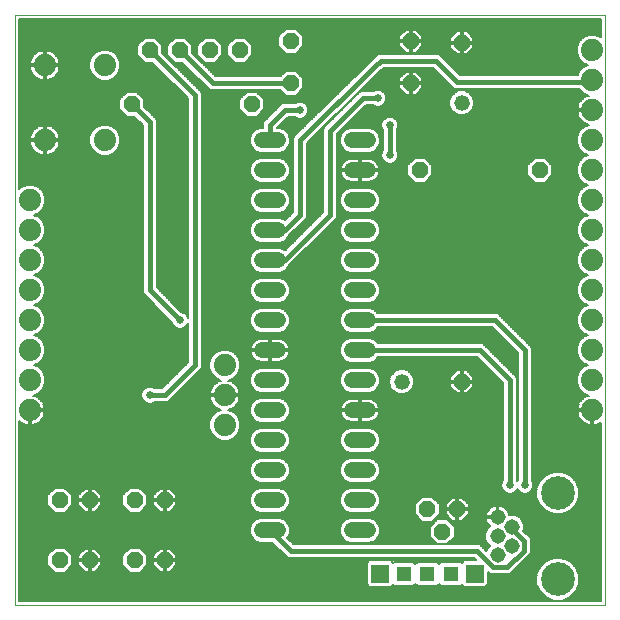
<source format=gbl>
G75*
%MOIN*%
%OFA0B0*%
%FSLAX25Y25*%
%IPPOS*%
%LPD*%
%AMOC8*
5,1,8,0,0,1.08239X$1,22.5*
%
%ADD10C,0.00000*%
%ADD11OC8,0.05200*%
%ADD12C,0.05200*%
%ADD13C,0.05150*%
%ADD14C,0.11220*%
%ADD15C,0.07400*%
%ADD16C,0.05200*%
%ADD17R,0.05937X0.05937*%
%ADD18R,0.05150X0.05150*%
%ADD19C,0.00600*%
%ADD20C,0.02578*%
%ADD21C,0.01600*%
D10*
X0006300Y0007048D02*
X0006300Y0203898D01*
X0203150Y0203898D01*
X0203150Y0007048D01*
X0006300Y0007048D01*
D11*
X0021300Y0022048D03*
X0031300Y0022048D03*
X0046300Y0022048D03*
X0056300Y0022048D03*
X0056300Y0042048D03*
X0046300Y0042048D03*
X0031300Y0042048D03*
X0021300Y0042048D03*
X0141300Y0152048D03*
X0138300Y0181048D03*
X0138300Y0195048D03*
X0155300Y0194548D03*
X0181300Y0152048D03*
X0155300Y0081548D03*
X0153800Y0039048D03*
X0148800Y0031548D03*
X0143800Y0039048D03*
X0085300Y0174048D03*
X0098300Y0181048D03*
X0098300Y0195048D03*
X0081300Y0192048D03*
X0071300Y0192048D03*
X0061300Y0192048D03*
X0051300Y0192048D03*
X0045300Y0174048D03*
D12*
X0135300Y0081548D03*
X0155300Y0174548D03*
D13*
X0167221Y0036347D03*
X0171946Y0033198D03*
X0167221Y0030048D03*
X0171946Y0026898D03*
X0167221Y0023749D03*
D14*
X0187300Y0015678D03*
X0187300Y0044418D03*
D15*
X0198800Y0072048D03*
X0198800Y0082048D03*
X0198800Y0092048D03*
X0198800Y0102048D03*
X0198800Y0112048D03*
X0198800Y0122048D03*
X0198800Y0132048D03*
X0198800Y0142048D03*
X0198800Y0152048D03*
X0198800Y0162048D03*
X0198800Y0172048D03*
X0198800Y0182048D03*
X0198800Y0192048D03*
X0076300Y0087048D03*
X0076300Y0077048D03*
X0076300Y0067048D03*
X0011300Y0072048D03*
X0011300Y0082048D03*
X0011300Y0092048D03*
X0011300Y0102048D03*
X0011300Y0112048D03*
X0011300Y0122048D03*
X0011300Y0132048D03*
X0011300Y0142048D03*
X0016300Y0162048D03*
X0036300Y0162048D03*
X0036300Y0187048D03*
X0016300Y0187048D03*
D16*
X0088700Y0162048D02*
X0093900Y0162048D01*
X0093900Y0152048D02*
X0088700Y0152048D01*
X0088700Y0142048D02*
X0093900Y0142048D01*
X0093900Y0132048D02*
X0088700Y0132048D01*
X0088700Y0122048D02*
X0093900Y0122048D01*
X0093900Y0112048D02*
X0088700Y0112048D01*
X0088700Y0102048D02*
X0093900Y0102048D01*
X0093900Y0092048D02*
X0088700Y0092048D01*
X0088700Y0082048D02*
X0093900Y0082048D01*
X0093900Y0072048D02*
X0088700Y0072048D01*
X0088700Y0062048D02*
X0093900Y0062048D01*
X0093900Y0052048D02*
X0088700Y0052048D01*
X0088700Y0042048D02*
X0093900Y0042048D01*
X0093900Y0032048D02*
X0088700Y0032048D01*
X0118700Y0032048D02*
X0123900Y0032048D01*
X0123900Y0042048D02*
X0118700Y0042048D01*
X0118700Y0052048D02*
X0123900Y0052048D01*
X0123900Y0062048D02*
X0118700Y0062048D01*
X0118700Y0072048D02*
X0123900Y0072048D01*
X0123900Y0082048D02*
X0118700Y0082048D01*
X0118700Y0092048D02*
X0123900Y0092048D01*
X0123900Y0102048D02*
X0118700Y0102048D01*
X0118700Y0112048D02*
X0123900Y0112048D01*
X0123900Y0122048D02*
X0118700Y0122048D01*
X0118700Y0132048D02*
X0123900Y0132048D01*
X0123900Y0142048D02*
X0118700Y0142048D01*
X0118700Y0152048D02*
X0123900Y0152048D01*
X0123900Y0162048D02*
X0118700Y0162048D01*
D17*
X0128052Y0017548D03*
X0159548Y0017548D03*
D18*
X0151674Y0017548D03*
X0143800Y0017548D03*
X0135926Y0017548D03*
D19*
X0132383Y0013820D02*
X0132730Y0013473D01*
X0139122Y0013473D01*
X0139863Y0014214D01*
X0140604Y0013473D01*
X0146996Y0013473D01*
X0147737Y0014214D01*
X0148478Y0013473D01*
X0154870Y0013473D01*
X0155217Y0013820D01*
X0155958Y0013080D01*
X0163138Y0013080D01*
X0164017Y0013958D01*
X0164017Y0018080D01*
X0164622Y0017474D01*
X0171395Y0017474D01*
X0178220Y0024299D01*
X0178220Y0029498D01*
X0175818Y0031900D01*
X0176020Y0032387D01*
X0176020Y0034008D01*
X0175400Y0035506D01*
X0174254Y0036652D01*
X0172756Y0037272D01*
X0171135Y0037272D01*
X0170999Y0037216D01*
X0170947Y0037477D01*
X0170655Y0038183D01*
X0170231Y0038817D01*
X0169691Y0039357D01*
X0169057Y0039781D01*
X0168351Y0040073D01*
X0167603Y0040222D01*
X0167521Y0040222D01*
X0167521Y0036647D01*
X0166921Y0036647D01*
X0166921Y0036047D01*
X0163346Y0036047D01*
X0163346Y0035966D01*
X0163495Y0035217D01*
X0163787Y0034512D01*
X0164212Y0033877D01*
X0164750Y0033339D01*
X0163767Y0032356D01*
X0163146Y0030859D01*
X0163146Y0029237D01*
X0163767Y0027740D01*
X0164608Y0026898D01*
X0163767Y0026057D01*
X0163409Y0025193D01*
X0162601Y0026001D01*
X0161253Y0027348D01*
X0099253Y0027348D01*
X0097125Y0029475D01*
X0097376Y0029726D01*
X0098000Y0031232D01*
X0098000Y0032864D01*
X0097376Y0034370D01*
X0096222Y0035524D01*
X0094716Y0036148D01*
X0087884Y0036148D01*
X0086378Y0035524D01*
X0085224Y0034370D01*
X0084600Y0032864D01*
X0084600Y0031232D01*
X0085224Y0029726D01*
X0086378Y0028572D01*
X0087884Y0027948D01*
X0092147Y0027948D01*
X0096000Y0024095D01*
X0097347Y0022748D01*
X0159348Y0022748D01*
X0160080Y0022017D01*
X0155958Y0022017D01*
X0155217Y0021276D01*
X0154870Y0021623D01*
X0148478Y0021623D01*
X0147737Y0020882D01*
X0146996Y0021623D01*
X0140604Y0021623D01*
X0139863Y0020882D01*
X0139122Y0021623D01*
X0132730Y0021623D01*
X0132383Y0021276D01*
X0131642Y0022017D01*
X0124462Y0022017D01*
X0123583Y0021138D01*
X0123583Y0013958D01*
X0124462Y0013080D01*
X0131642Y0013080D01*
X0132383Y0013820D01*
X0132571Y0013632D02*
X0132194Y0013632D01*
X0139281Y0013632D02*
X0140445Y0013632D01*
X0147155Y0013632D02*
X0148319Y0013632D01*
X0155029Y0013632D02*
X0155406Y0013632D01*
X0155354Y0021412D02*
X0155081Y0021412D01*
X0155952Y0022011D02*
X0131648Y0022011D01*
X0132246Y0021412D02*
X0132519Y0021412D01*
X0139333Y0021412D02*
X0140393Y0021412D01*
X0147207Y0021412D02*
X0148267Y0021412D01*
X0147102Y0027448D02*
X0150498Y0027448D01*
X0152900Y0029850D01*
X0152900Y0033246D01*
X0150498Y0035648D01*
X0147102Y0035648D01*
X0144700Y0033246D01*
X0144700Y0029850D01*
X0147102Y0027448D01*
X0146554Y0027996D02*
X0124831Y0027996D01*
X0124716Y0027948D02*
X0126222Y0028572D01*
X0127376Y0029726D01*
X0128000Y0031232D01*
X0128000Y0032864D01*
X0127376Y0034370D01*
X0126222Y0035524D01*
X0124716Y0036148D01*
X0117884Y0036148D01*
X0116378Y0035524D01*
X0115224Y0034370D01*
X0114600Y0032864D01*
X0114600Y0031232D01*
X0115224Y0029726D01*
X0116378Y0028572D01*
X0117884Y0027948D01*
X0124716Y0027948D01*
X0126245Y0028594D02*
X0145955Y0028594D01*
X0145357Y0029193D02*
X0126843Y0029193D01*
X0127403Y0029791D02*
X0144758Y0029791D01*
X0144700Y0030390D02*
X0127651Y0030390D01*
X0127899Y0030988D02*
X0144700Y0030988D01*
X0144700Y0031587D02*
X0128000Y0031587D01*
X0128000Y0032186D02*
X0144700Y0032186D01*
X0144700Y0032784D02*
X0128000Y0032784D01*
X0127785Y0033383D02*
X0144836Y0033383D01*
X0145435Y0033981D02*
X0127537Y0033981D01*
X0127167Y0034580D02*
X0146033Y0034580D01*
X0145498Y0034948D02*
X0147900Y0037350D01*
X0147900Y0040746D01*
X0145498Y0043148D01*
X0142102Y0043148D01*
X0139700Y0040746D01*
X0139700Y0037350D01*
X0142102Y0034948D01*
X0145498Y0034948D01*
X0145728Y0035178D02*
X0146632Y0035178D01*
X0146327Y0035777D02*
X0151556Y0035777D01*
X0150968Y0035178D02*
X0152155Y0035178D01*
X0152185Y0035148D02*
X0153500Y0035148D01*
X0153500Y0038748D01*
X0154100Y0038748D01*
X0154100Y0035148D01*
X0155415Y0035148D01*
X0157700Y0037433D01*
X0157700Y0038748D01*
X0154100Y0038748D01*
X0154100Y0039348D01*
X0157700Y0039348D01*
X0157700Y0040663D01*
X0155415Y0042948D01*
X0154100Y0042948D01*
X0154100Y0039348D01*
X0153500Y0039348D01*
X0153500Y0038748D01*
X0149900Y0038748D01*
X0149900Y0037433D01*
X0152185Y0035148D01*
X0151567Y0034580D02*
X0163759Y0034580D01*
X0163511Y0035178D02*
X0155445Y0035178D01*
X0156044Y0035777D02*
X0163384Y0035777D01*
X0163346Y0036647D02*
X0166921Y0036647D01*
X0166921Y0040222D01*
X0166840Y0040222D01*
X0166091Y0040073D01*
X0165386Y0039781D01*
X0164751Y0039357D01*
X0164212Y0038817D01*
X0163787Y0038183D01*
X0163495Y0037477D01*
X0163346Y0036729D01*
X0163346Y0036647D01*
X0163395Y0036974D02*
X0157241Y0036974D01*
X0157700Y0037572D02*
X0163535Y0037572D01*
X0163782Y0038171D02*
X0157700Y0038171D01*
X0157700Y0039368D02*
X0164767Y0039368D01*
X0164179Y0038769D02*
X0154100Y0038769D01*
X0154100Y0038171D02*
X0153500Y0038171D01*
X0153500Y0038769D02*
X0147900Y0038769D01*
X0147900Y0038171D02*
X0149900Y0038171D01*
X0149900Y0037572D02*
X0147900Y0037572D01*
X0147524Y0036974D02*
X0150359Y0036974D01*
X0150958Y0036375D02*
X0146925Y0036375D01*
X0147900Y0039368D02*
X0149900Y0039368D01*
X0149900Y0039348D02*
X0153500Y0039348D01*
X0153500Y0042948D01*
X0152185Y0042948D01*
X0149900Y0040663D01*
X0149900Y0039348D01*
X0149900Y0039966D02*
X0147900Y0039966D01*
X0147900Y0040565D02*
X0149900Y0040565D01*
X0150400Y0041163D02*
X0147483Y0041163D01*
X0146885Y0041762D02*
X0150998Y0041762D01*
X0151597Y0042360D02*
X0146286Y0042360D01*
X0145688Y0042959D02*
X0180208Y0042959D01*
X0180190Y0043004D02*
X0181272Y0040390D01*
X0183272Y0038390D01*
X0185886Y0037308D01*
X0188714Y0037308D01*
X0191328Y0038390D01*
X0193328Y0040390D01*
X0194410Y0043004D01*
X0194410Y0045832D01*
X0193328Y0048446D01*
X0191328Y0050446D01*
X0188714Y0051528D01*
X0185886Y0051528D01*
X0183272Y0050446D01*
X0181272Y0048446D01*
X0180190Y0045832D01*
X0180190Y0043004D01*
X0180190Y0043557D02*
X0127713Y0043557D01*
X0127961Y0042959D02*
X0141912Y0042959D01*
X0141314Y0042360D02*
X0128000Y0042360D01*
X0128000Y0042864D02*
X0127376Y0044370D01*
X0126222Y0045524D01*
X0124716Y0046148D01*
X0117884Y0046148D01*
X0116378Y0045524D01*
X0115224Y0044370D01*
X0114600Y0042864D01*
X0114600Y0041232D01*
X0115224Y0039726D01*
X0116378Y0038572D01*
X0117884Y0037948D01*
X0124716Y0037948D01*
X0126222Y0038572D01*
X0127376Y0039726D01*
X0128000Y0041232D01*
X0128000Y0042864D01*
X0128000Y0041762D02*
X0140715Y0041762D01*
X0140117Y0041163D02*
X0127971Y0041163D01*
X0127723Y0040565D02*
X0139700Y0040565D01*
X0139700Y0039966D02*
X0127475Y0039966D01*
X0127018Y0039368D02*
X0139700Y0039368D01*
X0139700Y0038769D02*
X0126419Y0038769D01*
X0125253Y0038171D02*
X0139700Y0038171D01*
X0139700Y0037572D02*
X0007800Y0037572D01*
X0007800Y0036974D02*
X0140076Y0036974D01*
X0140675Y0036375D02*
X0007800Y0036375D01*
X0007800Y0035777D02*
X0086988Y0035777D01*
X0086032Y0035178D02*
X0007800Y0035178D01*
X0007800Y0034580D02*
X0085433Y0034580D01*
X0085063Y0033981D02*
X0007800Y0033981D01*
X0007800Y0033383D02*
X0084815Y0033383D01*
X0084600Y0032784D02*
X0007800Y0032784D01*
X0007800Y0032186D02*
X0084600Y0032186D01*
X0084600Y0031587D02*
X0007800Y0031587D01*
X0007800Y0030988D02*
X0084701Y0030988D01*
X0084949Y0030390D02*
X0007800Y0030390D01*
X0007800Y0029791D02*
X0085197Y0029791D01*
X0085757Y0029193D02*
X0007800Y0029193D01*
X0007800Y0028594D02*
X0086355Y0028594D01*
X0087769Y0027996D02*
X0007800Y0027996D01*
X0007800Y0027397D02*
X0092698Y0027397D01*
X0093296Y0026799D02*
X0007800Y0026799D01*
X0007800Y0026200D02*
X0093895Y0026200D01*
X0094493Y0025602D02*
X0058262Y0025602D01*
X0057915Y0025948D02*
X0056600Y0025948D01*
X0056600Y0022348D01*
X0060200Y0022348D01*
X0060200Y0023663D01*
X0057915Y0025948D01*
X0058860Y0025003D02*
X0095092Y0025003D01*
X0095690Y0024405D02*
X0059459Y0024405D01*
X0060057Y0023806D02*
X0096289Y0023806D01*
X0096887Y0023208D02*
X0060200Y0023208D01*
X0060200Y0022609D02*
X0159487Y0022609D01*
X0163000Y0025602D02*
X0163578Y0025602D01*
X0163910Y0026200D02*
X0162401Y0026200D01*
X0161803Y0026799D02*
X0164509Y0026799D01*
X0164109Y0027397D02*
X0099203Y0027397D01*
X0098605Y0027996D02*
X0117769Y0027996D01*
X0116355Y0028594D02*
X0098006Y0028594D01*
X0097408Y0029193D02*
X0115757Y0029193D01*
X0115197Y0029791D02*
X0097403Y0029791D01*
X0097651Y0030390D02*
X0114949Y0030390D01*
X0114701Y0030988D02*
X0097899Y0030988D01*
X0098000Y0031587D02*
X0114600Y0031587D01*
X0114600Y0032186D02*
X0098000Y0032186D01*
X0098000Y0032784D02*
X0114600Y0032784D01*
X0114815Y0033383D02*
X0097785Y0033383D01*
X0097537Y0033981D02*
X0115063Y0033981D01*
X0115433Y0034580D02*
X0097167Y0034580D01*
X0096568Y0035178D02*
X0116032Y0035178D01*
X0116988Y0035777D02*
X0095612Y0035777D01*
X0094716Y0037948D02*
X0096222Y0038572D01*
X0097376Y0039726D01*
X0098000Y0041232D01*
X0098000Y0042864D01*
X0097376Y0044370D01*
X0096222Y0045524D01*
X0094716Y0046148D01*
X0087884Y0046148D01*
X0086378Y0045524D01*
X0085224Y0044370D01*
X0084600Y0042864D01*
X0084600Y0041232D01*
X0085224Y0039726D01*
X0086378Y0038572D01*
X0087884Y0037948D01*
X0094716Y0037948D01*
X0095253Y0038171D02*
X0117347Y0038171D01*
X0116181Y0038769D02*
X0096419Y0038769D01*
X0097018Y0039368D02*
X0115582Y0039368D01*
X0115125Y0039966D02*
X0097475Y0039966D01*
X0097723Y0040565D02*
X0114877Y0040565D01*
X0114629Y0041163D02*
X0097971Y0041163D01*
X0098000Y0041762D02*
X0114600Y0041762D01*
X0114600Y0042360D02*
X0098000Y0042360D01*
X0097961Y0042959D02*
X0114639Y0042959D01*
X0114887Y0043557D02*
X0097713Y0043557D01*
X0097465Y0044156D02*
X0115135Y0044156D01*
X0115608Y0044754D02*
X0096992Y0044754D01*
X0096394Y0045353D02*
X0116206Y0045353D01*
X0117409Y0045951D02*
X0095191Y0045951D01*
X0094716Y0047948D02*
X0096222Y0048572D01*
X0097376Y0049726D01*
X0098000Y0051232D01*
X0098000Y0052864D01*
X0097376Y0054370D01*
X0096222Y0055524D01*
X0094716Y0056148D01*
X0087884Y0056148D01*
X0086378Y0055524D01*
X0085224Y0054370D01*
X0084600Y0052864D01*
X0084600Y0051232D01*
X0085224Y0049726D01*
X0086378Y0048572D01*
X0087884Y0047948D01*
X0094716Y0047948D01*
X0095675Y0048345D02*
X0116925Y0048345D01*
X0116378Y0048572D02*
X0117884Y0047948D01*
X0124716Y0047948D01*
X0126222Y0048572D01*
X0127376Y0049726D01*
X0128000Y0051232D01*
X0128000Y0052864D01*
X0127376Y0054370D01*
X0126222Y0055524D01*
X0124716Y0056148D01*
X0117884Y0056148D01*
X0116378Y0055524D01*
X0115224Y0054370D01*
X0114600Y0052864D01*
X0114600Y0051232D01*
X0115224Y0049726D01*
X0116378Y0048572D01*
X0116006Y0048944D02*
X0096594Y0048944D01*
X0097193Y0049542D02*
X0115407Y0049542D01*
X0115052Y0050141D02*
X0097548Y0050141D01*
X0097796Y0050739D02*
X0114804Y0050739D01*
X0114600Y0051338D02*
X0098000Y0051338D01*
X0098000Y0051936D02*
X0114600Y0051936D01*
X0114600Y0052535D02*
X0098000Y0052535D01*
X0097888Y0053133D02*
X0114712Y0053133D01*
X0114960Y0053732D02*
X0097640Y0053732D01*
X0097392Y0054330D02*
X0115208Y0054330D01*
X0115783Y0054929D02*
X0096817Y0054929D01*
X0096214Y0055527D02*
X0116386Y0055527D01*
X0117831Y0056126D02*
X0094769Y0056126D01*
X0094716Y0057948D02*
X0096222Y0058572D01*
X0097376Y0059726D01*
X0098000Y0061232D01*
X0098000Y0062864D01*
X0097376Y0064370D01*
X0096222Y0065524D01*
X0094716Y0066148D01*
X0087884Y0066148D01*
X0086378Y0065524D01*
X0085224Y0064370D01*
X0084600Y0062864D01*
X0084600Y0061232D01*
X0085224Y0059726D01*
X0086378Y0058572D01*
X0087884Y0057948D01*
X0094716Y0057948D01*
X0096096Y0058520D02*
X0116504Y0058520D01*
X0116378Y0058572D02*
X0117884Y0057948D01*
X0124716Y0057948D01*
X0126222Y0058572D01*
X0127376Y0059726D01*
X0128000Y0061232D01*
X0128000Y0062864D01*
X0127376Y0064370D01*
X0126222Y0065524D01*
X0124716Y0066148D01*
X0117884Y0066148D01*
X0116378Y0065524D01*
X0115224Y0064370D01*
X0114600Y0062864D01*
X0114600Y0061232D01*
X0115224Y0059726D01*
X0116378Y0058572D01*
X0115831Y0059119D02*
X0096769Y0059119D01*
X0097367Y0059717D02*
X0115233Y0059717D01*
X0114980Y0060316D02*
X0097620Y0060316D01*
X0097868Y0060914D02*
X0114732Y0060914D01*
X0114600Y0061513D02*
X0098000Y0061513D01*
X0098000Y0062111D02*
X0114600Y0062111D01*
X0114600Y0062710D02*
X0098000Y0062710D01*
X0097816Y0063308D02*
X0114784Y0063308D01*
X0115032Y0063907D02*
X0097568Y0063907D01*
X0097241Y0064505D02*
X0115359Y0064505D01*
X0115957Y0065104D02*
X0096643Y0065104D01*
X0095792Y0065702D02*
X0116808Y0065702D01*
X0117562Y0068298D02*
X0118316Y0068148D01*
X0121000Y0068148D01*
X0121000Y0071748D01*
X0121600Y0071748D01*
X0121600Y0068148D01*
X0124284Y0068148D01*
X0125038Y0068298D01*
X0125747Y0068592D01*
X0126386Y0069019D01*
X0126929Y0069562D01*
X0127356Y0070201D01*
X0127650Y0070910D01*
X0127800Y0071664D01*
X0127800Y0071748D01*
X0121600Y0071748D01*
X0121600Y0072348D01*
X0127800Y0072348D01*
X0127800Y0072432D01*
X0127650Y0073186D01*
X0127356Y0073895D01*
X0126929Y0074534D01*
X0126386Y0075077D01*
X0125747Y0075504D01*
X0125038Y0075798D01*
X0124284Y0075948D01*
X0121600Y0075948D01*
X0121600Y0072348D01*
X0121000Y0072348D01*
X0121000Y0071748D01*
X0114800Y0071748D01*
X0114800Y0071664D01*
X0114950Y0070910D01*
X0115244Y0070201D01*
X0115671Y0069562D01*
X0116214Y0069019D01*
X0116853Y0068592D01*
X0117562Y0068298D01*
X0116699Y0068695D02*
X0096345Y0068695D01*
X0096222Y0068572D02*
X0097376Y0069726D01*
X0098000Y0071232D01*
X0098000Y0072864D01*
X0097376Y0074370D01*
X0096222Y0075524D01*
X0094716Y0076148D01*
X0087884Y0076148D01*
X0086378Y0075524D01*
X0085224Y0074370D01*
X0084600Y0072864D01*
X0084600Y0071232D01*
X0085224Y0069726D01*
X0086378Y0068572D01*
X0087884Y0067948D01*
X0094716Y0067948D01*
X0096222Y0068572D01*
X0096943Y0069293D02*
X0115939Y0069293D01*
X0115450Y0069892D02*
X0097445Y0069892D01*
X0097693Y0070490D02*
X0115124Y0070490D01*
X0114914Y0071089D02*
X0097940Y0071089D01*
X0098000Y0071687D02*
X0114800Y0071687D01*
X0114800Y0072348D02*
X0121000Y0072348D01*
X0121000Y0075948D01*
X0118316Y0075948D01*
X0117562Y0075798D01*
X0116853Y0075504D01*
X0116214Y0075077D01*
X0115671Y0074534D01*
X0115244Y0073895D01*
X0114950Y0073186D01*
X0114800Y0072432D01*
X0114800Y0072348D01*
X0114890Y0072884D02*
X0097991Y0072884D01*
X0098000Y0072286D02*
X0121000Y0072286D01*
X0121000Y0072884D02*
X0121600Y0072884D01*
X0121600Y0072286D02*
X0169000Y0072286D01*
X0169000Y0072884D02*
X0127710Y0072884D01*
X0127527Y0073483D02*
X0169000Y0073483D01*
X0169000Y0074081D02*
X0127232Y0074081D01*
X0126784Y0074680D02*
X0169000Y0074680D01*
X0169000Y0075278D02*
X0126085Y0075278D01*
X0124642Y0075877D02*
X0169000Y0075877D01*
X0169000Y0076475D02*
X0081272Y0076475D01*
X0081300Y0076655D02*
X0081300Y0076748D01*
X0076600Y0076748D01*
X0076600Y0077348D01*
X0081300Y0077348D01*
X0081300Y0077442D01*
X0081177Y0078219D01*
X0080934Y0078967D01*
X0080576Y0079669D01*
X0080114Y0080305D01*
X0079557Y0080862D01*
X0078921Y0081324D01*
X0078219Y0081682D01*
X0077498Y0081916D01*
X0079246Y0082640D01*
X0080708Y0084102D01*
X0081500Y0086014D01*
X0081500Y0088082D01*
X0080708Y0089994D01*
X0079246Y0091456D01*
X0077334Y0092248D01*
X0075266Y0092248D01*
X0073354Y0091456D01*
X0071892Y0089994D01*
X0071100Y0088082D01*
X0071100Y0086014D01*
X0071892Y0084102D01*
X0073354Y0082640D01*
X0075102Y0081916D01*
X0074381Y0081682D01*
X0073679Y0081324D01*
X0073043Y0080862D01*
X0072486Y0080305D01*
X0072024Y0079669D01*
X0071666Y0078967D01*
X0071423Y0078219D01*
X0071300Y0077442D01*
X0071300Y0077348D01*
X0076000Y0077348D01*
X0076000Y0076748D01*
X0071300Y0076748D01*
X0071300Y0076655D01*
X0071423Y0075877D01*
X0071666Y0075129D01*
X0072024Y0074427D01*
X0072486Y0073791D01*
X0073043Y0073234D01*
X0073679Y0072772D01*
X0074381Y0072414D01*
X0075102Y0072180D01*
X0073354Y0071456D01*
X0071892Y0069994D01*
X0071100Y0068082D01*
X0071100Y0066014D01*
X0071892Y0064102D01*
X0073354Y0062640D01*
X0075266Y0061848D01*
X0077334Y0061848D01*
X0079246Y0062640D01*
X0080708Y0064102D01*
X0081500Y0066014D01*
X0081500Y0068082D01*
X0080708Y0069994D01*
X0079246Y0071456D01*
X0077498Y0072180D01*
X0078219Y0072414D01*
X0078921Y0072772D01*
X0079557Y0073234D01*
X0080114Y0073791D01*
X0080576Y0074427D01*
X0080934Y0075129D01*
X0081177Y0075877D01*
X0081300Y0076655D01*
X0081177Y0075877D02*
X0087230Y0075877D01*
X0086132Y0075278D02*
X0080982Y0075278D01*
X0080705Y0074680D02*
X0085534Y0074680D01*
X0085104Y0074081D02*
X0080325Y0074081D01*
X0079806Y0073483D02*
X0084856Y0073483D01*
X0084609Y0072884D02*
X0079076Y0072884D01*
X0078688Y0071687D02*
X0084600Y0071687D01*
X0084600Y0072286D02*
X0077824Y0072286D01*
X0079613Y0071089D02*
X0084660Y0071089D01*
X0084907Y0070490D02*
X0080212Y0070490D01*
X0080751Y0069892D02*
X0085155Y0069892D01*
X0085657Y0069293D02*
X0080998Y0069293D01*
X0081246Y0068695D02*
X0086255Y0068695D01*
X0087527Y0068096D02*
X0081494Y0068096D01*
X0081500Y0067498D02*
X0169000Y0067498D01*
X0169000Y0068096D02*
X0095073Y0068096D01*
X0097744Y0073483D02*
X0115073Y0073483D01*
X0115368Y0074081D02*
X0097496Y0074081D01*
X0097066Y0074680D02*
X0115816Y0074680D01*
X0116515Y0075278D02*
X0096468Y0075278D01*
X0095370Y0075877D02*
X0117958Y0075877D01*
X0117884Y0077948D02*
X0124716Y0077948D01*
X0126222Y0078572D01*
X0127376Y0079726D01*
X0128000Y0081232D01*
X0128000Y0082864D01*
X0127376Y0084370D01*
X0126222Y0085524D01*
X0124716Y0086148D01*
X0117884Y0086148D01*
X0116378Y0085524D01*
X0115224Y0084370D01*
X0114600Y0082864D01*
X0114600Y0081232D01*
X0115224Y0079726D01*
X0116378Y0078572D01*
X0117884Y0077948D01*
X0117105Y0078271D02*
X0095495Y0078271D01*
X0096222Y0078572D02*
X0097376Y0079726D01*
X0098000Y0081232D01*
X0098000Y0082864D01*
X0097376Y0084370D01*
X0096222Y0085524D01*
X0094716Y0086148D01*
X0087884Y0086148D01*
X0086378Y0085524D01*
X0085224Y0084370D01*
X0084600Y0082864D01*
X0084600Y0081232D01*
X0085224Y0079726D01*
X0086378Y0078572D01*
X0087884Y0077948D01*
X0094716Y0077948D01*
X0096222Y0078572D01*
X0096520Y0078869D02*
X0116080Y0078869D01*
X0115482Y0079468D02*
X0097118Y0079468D01*
X0097517Y0080066D02*
X0115083Y0080066D01*
X0114835Y0080665D02*
X0097765Y0080665D01*
X0098000Y0081263D02*
X0114600Y0081263D01*
X0114600Y0081862D02*
X0098000Y0081862D01*
X0098000Y0082460D02*
X0114600Y0082460D01*
X0114681Y0083059D02*
X0097919Y0083059D01*
X0097671Y0083657D02*
X0114929Y0083657D01*
X0115177Y0084256D02*
X0097423Y0084256D01*
X0096892Y0084855D02*
X0115708Y0084855D01*
X0116307Y0085453D02*
X0096293Y0085453D01*
X0094948Y0086052D02*
X0117652Y0086052D01*
X0117884Y0087948D02*
X0124716Y0087948D01*
X0126222Y0088572D01*
X0127376Y0089726D01*
X0127385Y0089748D01*
X0160347Y0089748D01*
X0169000Y0081095D01*
X0169000Y0048692D01*
X0168936Y0048628D01*
X0168511Y0047603D01*
X0168511Y0046493D01*
X0168936Y0045468D01*
X0169720Y0044684D01*
X0170745Y0044259D01*
X0171855Y0044259D01*
X0172880Y0044684D01*
X0173664Y0045468D01*
X0173800Y0045796D01*
X0173936Y0045468D01*
X0174720Y0044684D01*
X0175745Y0044259D01*
X0176855Y0044259D01*
X0177880Y0044684D01*
X0178664Y0045468D01*
X0179089Y0046493D01*
X0179089Y0047603D01*
X0178664Y0048628D01*
X0178600Y0048692D01*
X0178600Y0093001D01*
X0168600Y0103001D01*
X0167253Y0104348D01*
X0127385Y0104348D01*
X0127376Y0104370D01*
X0126222Y0105524D01*
X0124716Y0106148D01*
X0117884Y0106148D01*
X0116378Y0105524D01*
X0115224Y0104370D01*
X0114600Y0102864D01*
X0114600Y0101232D01*
X0115224Y0099726D01*
X0116378Y0098572D01*
X0117884Y0097948D01*
X0124716Y0097948D01*
X0126222Y0098572D01*
X0127376Y0099726D01*
X0127385Y0099748D01*
X0165347Y0099748D01*
X0174000Y0091095D01*
X0174000Y0048692D01*
X0173936Y0048628D01*
X0173800Y0048300D01*
X0173664Y0048628D01*
X0173600Y0048692D01*
X0173600Y0083001D01*
X0163600Y0093001D01*
X0162253Y0094348D01*
X0127385Y0094348D01*
X0127376Y0094370D01*
X0126222Y0095524D01*
X0124716Y0096148D01*
X0117884Y0096148D01*
X0116378Y0095524D01*
X0115224Y0094370D01*
X0114600Y0092864D01*
X0114600Y0091232D01*
X0115224Y0089726D01*
X0116378Y0088572D01*
X0117884Y0087948D01*
X0116683Y0088446D02*
X0095394Y0088446D01*
X0095747Y0088592D02*
X0096386Y0089019D01*
X0096929Y0089562D01*
X0097356Y0090201D01*
X0097650Y0090910D01*
X0097800Y0091664D01*
X0097800Y0091748D01*
X0091600Y0091748D01*
X0091600Y0088148D01*
X0094284Y0088148D01*
X0095038Y0088298D01*
X0095747Y0088592D01*
X0096411Y0089044D02*
X0115906Y0089044D01*
X0115307Y0089643D02*
X0096983Y0089643D01*
X0097373Y0090241D02*
X0115011Y0090241D01*
X0114763Y0090840D02*
X0097621Y0090840D01*
X0097755Y0091438D02*
X0114600Y0091438D01*
X0114600Y0092037D02*
X0091600Y0092037D01*
X0091600Y0091748D02*
X0091600Y0092348D01*
X0097800Y0092348D01*
X0097800Y0092432D01*
X0097650Y0093186D01*
X0097356Y0093895D01*
X0096929Y0094534D01*
X0096386Y0095077D01*
X0095747Y0095504D01*
X0095038Y0095798D01*
X0094284Y0095948D01*
X0091600Y0095948D01*
X0091600Y0092348D01*
X0091000Y0092348D01*
X0091000Y0091748D01*
X0091600Y0091748D01*
X0091600Y0091438D02*
X0091000Y0091438D01*
X0091000Y0091748D02*
X0091000Y0088148D01*
X0088316Y0088148D01*
X0087562Y0088298D01*
X0086853Y0088592D01*
X0086214Y0089019D01*
X0085671Y0089562D01*
X0085244Y0090201D01*
X0084950Y0090910D01*
X0084800Y0091664D01*
X0084800Y0091748D01*
X0091000Y0091748D01*
X0091000Y0092037D02*
X0077845Y0092037D01*
X0079264Y0091438D02*
X0084845Y0091438D01*
X0084979Y0090840D02*
X0079862Y0090840D01*
X0080461Y0090241D02*
X0085227Y0090241D01*
X0085617Y0089643D02*
X0080854Y0089643D01*
X0081102Y0089044D02*
X0086189Y0089044D01*
X0087206Y0088446D02*
X0081350Y0088446D01*
X0081500Y0087847D02*
X0162248Y0087847D01*
X0161650Y0088446D02*
X0125917Y0088446D01*
X0126694Y0089044D02*
X0161051Y0089044D01*
X0160453Y0089643D02*
X0127293Y0089643D01*
X0124948Y0086052D02*
X0164044Y0086052D01*
X0163445Y0086650D02*
X0081500Y0086650D01*
X0081500Y0086052D02*
X0087652Y0086052D01*
X0086307Y0085453D02*
X0081268Y0085453D01*
X0081020Y0084855D02*
X0085708Y0084855D01*
X0085177Y0084256D02*
X0080772Y0084256D01*
X0080263Y0083657D02*
X0084929Y0083657D01*
X0084681Y0083059D02*
X0079665Y0083059D01*
X0078813Y0082460D02*
X0084600Y0082460D01*
X0084600Y0081862D02*
X0077665Y0081862D01*
X0079005Y0081263D02*
X0084600Y0081263D01*
X0084835Y0080665D02*
X0079754Y0080665D01*
X0080287Y0080066D02*
X0085083Y0080066D01*
X0085482Y0079468D02*
X0080679Y0079468D01*
X0080966Y0078869D02*
X0086080Y0078869D01*
X0087105Y0078271D02*
X0081160Y0078271D01*
X0081263Y0077672D02*
X0133943Y0077672D01*
X0134484Y0077448D02*
X0136116Y0077448D01*
X0137622Y0078072D01*
X0138776Y0079226D01*
X0139400Y0080732D01*
X0139400Y0082364D01*
X0138776Y0083870D01*
X0137622Y0085024D01*
X0136116Y0085648D01*
X0134484Y0085648D01*
X0132978Y0085024D01*
X0131824Y0083870D01*
X0131200Y0082364D01*
X0131200Y0080732D01*
X0131824Y0079226D01*
X0132978Y0078072D01*
X0134484Y0077448D01*
X0132779Y0078271D02*
X0125495Y0078271D01*
X0126520Y0078869D02*
X0132180Y0078869D01*
X0131724Y0079468D02*
X0127118Y0079468D01*
X0127517Y0080066D02*
X0131476Y0080066D01*
X0131228Y0080665D02*
X0127765Y0080665D01*
X0128000Y0081263D02*
X0131200Y0081263D01*
X0131200Y0081862D02*
X0128000Y0081862D01*
X0128000Y0082460D02*
X0131240Y0082460D01*
X0131488Y0083059D02*
X0127919Y0083059D01*
X0127671Y0083657D02*
X0131736Y0083657D01*
X0132210Y0084256D02*
X0127423Y0084256D01*
X0126892Y0084855D02*
X0132808Y0084855D01*
X0134014Y0085453D02*
X0126293Y0085453D01*
X0127316Y0094431D02*
X0170665Y0094431D01*
X0171263Y0093832D02*
X0162769Y0093832D01*
X0163367Y0093234D02*
X0171862Y0093234D01*
X0172460Y0092635D02*
X0163966Y0092635D01*
X0164564Y0092037D02*
X0173059Y0092037D01*
X0173657Y0091438D02*
X0165163Y0091438D01*
X0165761Y0090840D02*
X0174000Y0090840D01*
X0174000Y0090241D02*
X0166360Y0090241D01*
X0166958Y0089643D02*
X0174000Y0089643D01*
X0174000Y0089044D02*
X0167557Y0089044D01*
X0168155Y0088446D02*
X0174000Y0088446D01*
X0174000Y0087847D02*
X0168754Y0087847D01*
X0169352Y0087249D02*
X0174000Y0087249D01*
X0174000Y0086650D02*
X0169951Y0086650D01*
X0170549Y0086052D02*
X0174000Y0086052D01*
X0174000Y0085453D02*
X0171148Y0085453D01*
X0171746Y0084855D02*
X0174000Y0084855D01*
X0174000Y0084256D02*
X0172345Y0084256D01*
X0172943Y0083657D02*
X0174000Y0083657D01*
X0174000Y0083059D02*
X0173542Y0083059D01*
X0173600Y0082460D02*
X0174000Y0082460D01*
X0174000Y0081862D02*
X0173600Y0081862D01*
X0173600Y0081263D02*
X0174000Y0081263D01*
X0174000Y0080665D02*
X0173600Y0080665D01*
X0173600Y0080066D02*
X0174000Y0080066D01*
X0174000Y0079468D02*
X0173600Y0079468D01*
X0173600Y0078869D02*
X0174000Y0078869D01*
X0174000Y0078271D02*
X0173600Y0078271D01*
X0173600Y0077672D02*
X0174000Y0077672D01*
X0174000Y0077074D02*
X0173600Y0077074D01*
X0173600Y0076475D02*
X0174000Y0076475D01*
X0174000Y0075877D02*
X0173600Y0075877D01*
X0173600Y0075278D02*
X0174000Y0075278D01*
X0174000Y0074680D02*
X0173600Y0074680D01*
X0173600Y0074081D02*
X0174000Y0074081D01*
X0174000Y0073483D02*
X0173600Y0073483D01*
X0173600Y0072884D02*
X0174000Y0072884D01*
X0174000Y0072286D02*
X0173600Y0072286D01*
X0173600Y0071687D02*
X0174000Y0071687D01*
X0174000Y0071089D02*
X0173600Y0071089D01*
X0173600Y0070490D02*
X0174000Y0070490D01*
X0174000Y0069892D02*
X0173600Y0069892D01*
X0173600Y0069293D02*
X0174000Y0069293D01*
X0174000Y0068695D02*
X0173600Y0068695D01*
X0173600Y0068096D02*
X0174000Y0068096D01*
X0174000Y0067498D02*
X0173600Y0067498D01*
X0173600Y0066899D02*
X0174000Y0066899D01*
X0174000Y0066301D02*
X0173600Y0066301D01*
X0173600Y0065702D02*
X0174000Y0065702D01*
X0174000Y0065104D02*
X0173600Y0065104D01*
X0173600Y0064505D02*
X0174000Y0064505D01*
X0174000Y0063907D02*
X0173600Y0063907D01*
X0173600Y0063308D02*
X0174000Y0063308D01*
X0174000Y0062710D02*
X0173600Y0062710D01*
X0173600Y0062111D02*
X0174000Y0062111D01*
X0174000Y0061513D02*
X0173600Y0061513D01*
X0173600Y0060914D02*
X0174000Y0060914D01*
X0174000Y0060316D02*
X0173600Y0060316D01*
X0173600Y0059717D02*
X0174000Y0059717D01*
X0174000Y0059119D02*
X0173600Y0059119D01*
X0173600Y0058520D02*
X0174000Y0058520D01*
X0174000Y0057921D02*
X0173600Y0057921D01*
X0173600Y0057323D02*
X0174000Y0057323D01*
X0174000Y0056724D02*
X0173600Y0056724D01*
X0173600Y0056126D02*
X0174000Y0056126D01*
X0174000Y0055527D02*
X0173600Y0055527D01*
X0173600Y0054929D02*
X0174000Y0054929D01*
X0174000Y0054330D02*
X0173600Y0054330D01*
X0173600Y0053732D02*
X0174000Y0053732D01*
X0174000Y0053133D02*
X0173600Y0053133D01*
X0173600Y0052535D02*
X0174000Y0052535D01*
X0174000Y0051936D02*
X0173600Y0051936D01*
X0173600Y0051338D02*
X0174000Y0051338D01*
X0174000Y0050739D02*
X0173600Y0050739D01*
X0173600Y0050141D02*
X0174000Y0050141D01*
X0174000Y0049542D02*
X0173600Y0049542D01*
X0173600Y0048944D02*
X0174000Y0048944D01*
X0173819Y0048345D02*
X0173781Y0048345D01*
X0173549Y0045353D02*
X0174051Y0045353D01*
X0174650Y0044754D02*
X0172950Y0044754D01*
X0169650Y0044754D02*
X0126992Y0044754D01*
X0127465Y0044156D02*
X0180190Y0044156D01*
X0180190Y0044754D02*
X0177950Y0044754D01*
X0178549Y0045353D02*
X0180190Y0045353D01*
X0180239Y0045951D02*
X0178864Y0045951D01*
X0179089Y0046550D02*
X0180487Y0046550D01*
X0180735Y0047148D02*
X0179089Y0047148D01*
X0179029Y0047747D02*
X0180983Y0047747D01*
X0181231Y0048345D02*
X0178781Y0048345D01*
X0178600Y0048944D02*
X0181770Y0048944D01*
X0182369Y0049542D02*
X0178600Y0049542D01*
X0178600Y0050141D02*
X0182967Y0050141D01*
X0183981Y0050739D02*
X0178600Y0050739D01*
X0178600Y0051338D02*
X0185426Y0051338D01*
X0189174Y0051338D02*
X0201650Y0051338D01*
X0201650Y0051936D02*
X0178600Y0051936D01*
X0178600Y0052535D02*
X0201650Y0052535D01*
X0201650Y0053133D02*
X0178600Y0053133D01*
X0178600Y0053732D02*
X0201650Y0053732D01*
X0201650Y0054330D02*
X0178600Y0054330D01*
X0178600Y0054929D02*
X0201650Y0054929D01*
X0201650Y0055527D02*
X0178600Y0055527D01*
X0178600Y0056126D02*
X0201650Y0056126D01*
X0201650Y0056724D02*
X0178600Y0056724D01*
X0178600Y0057323D02*
X0201650Y0057323D01*
X0201650Y0057921D02*
X0178600Y0057921D01*
X0178600Y0058520D02*
X0201650Y0058520D01*
X0201650Y0059119D02*
X0178600Y0059119D01*
X0178600Y0059717D02*
X0201650Y0059717D01*
X0201650Y0060316D02*
X0178600Y0060316D01*
X0178600Y0060914D02*
X0201650Y0060914D01*
X0201650Y0061513D02*
X0178600Y0061513D01*
X0178600Y0062111D02*
X0201650Y0062111D01*
X0201650Y0062710D02*
X0178600Y0062710D01*
X0178600Y0063308D02*
X0201650Y0063308D01*
X0201650Y0063907D02*
X0178600Y0063907D01*
X0178600Y0064505D02*
X0201650Y0064505D01*
X0201650Y0065104D02*
X0178600Y0065104D01*
X0178600Y0065702D02*
X0201650Y0065702D01*
X0201650Y0066301D02*
X0178600Y0066301D01*
X0178600Y0066899D02*
X0201650Y0066899D01*
X0201650Y0067498D02*
X0200883Y0067498D01*
X0200719Y0067414D02*
X0201421Y0067772D01*
X0201650Y0067939D01*
X0201650Y0008548D01*
X0007800Y0008548D01*
X0007800Y0068477D01*
X0008043Y0068234D01*
X0008679Y0067772D01*
X0009381Y0067414D01*
X0010129Y0067171D01*
X0010906Y0067048D01*
X0011000Y0067048D01*
X0011000Y0071748D01*
X0011600Y0071748D01*
X0011600Y0067048D01*
X0011694Y0067048D01*
X0012471Y0067171D01*
X0013219Y0067414D01*
X0013921Y0067772D01*
X0014557Y0068234D01*
X0015114Y0068791D01*
X0015576Y0069427D01*
X0015934Y0070129D01*
X0016177Y0070877D01*
X0016300Y0071655D01*
X0016300Y0071748D01*
X0011600Y0071748D01*
X0011600Y0072348D01*
X0016300Y0072348D01*
X0016300Y0072442D01*
X0016177Y0073219D01*
X0015934Y0073967D01*
X0015576Y0074669D01*
X0015114Y0075305D01*
X0014557Y0075862D01*
X0013921Y0076324D01*
X0013219Y0076682D01*
X0012498Y0076916D01*
X0014246Y0077640D01*
X0015708Y0079102D01*
X0016500Y0081014D01*
X0016500Y0083082D01*
X0015708Y0084994D01*
X0014246Y0086456D01*
X0012817Y0087048D01*
X0014246Y0087640D01*
X0015708Y0089102D01*
X0016500Y0091014D01*
X0016500Y0093082D01*
X0015708Y0094994D01*
X0014246Y0096456D01*
X0012817Y0097048D01*
X0014246Y0097640D01*
X0015708Y0099102D01*
X0016500Y0101014D01*
X0058709Y0101014D01*
X0058511Y0101493D02*
X0058936Y0100468D01*
X0059720Y0099684D01*
X0060745Y0099259D01*
X0061855Y0099259D01*
X0062880Y0099684D01*
X0063664Y0100468D01*
X0064000Y0101278D01*
X0064000Y0088001D01*
X0055347Y0079348D01*
X0052944Y0079348D01*
X0052880Y0079412D01*
X0051855Y0079837D01*
X0050745Y0079837D01*
X0049720Y0079412D01*
X0048936Y0078628D01*
X0048511Y0077603D01*
X0048511Y0076493D01*
X0048936Y0075468D01*
X0049720Y0074684D01*
X0050745Y0074259D01*
X0051855Y0074259D01*
X0052880Y0074684D01*
X0052944Y0074748D01*
X0057253Y0074748D01*
X0058600Y0076095D01*
X0068600Y0086095D01*
X0068600Y0178001D01*
X0067253Y0179348D01*
X0055400Y0191201D01*
X0055400Y0193746D01*
X0052998Y0196148D01*
X0049602Y0196148D01*
X0047200Y0193746D01*
X0047200Y0190350D01*
X0049602Y0187948D01*
X0052147Y0187948D01*
X0064000Y0176095D01*
X0064000Y0102818D01*
X0063664Y0103628D01*
X0062880Y0104412D01*
X0061855Y0104837D01*
X0061764Y0104837D01*
X0053600Y0113001D01*
X0053600Y0169001D01*
X0052253Y0170348D01*
X0049400Y0173201D01*
X0049400Y0175746D01*
X0046998Y0178148D01*
X0043602Y0178148D01*
X0041200Y0175746D01*
X0041200Y0172350D01*
X0043602Y0169948D01*
X0046147Y0169948D01*
X0049000Y0167095D01*
X0049000Y0111095D01*
X0058511Y0101584D01*
X0058511Y0101493D01*
X0058483Y0101613D02*
X0016500Y0101613D01*
X0016500Y0102211D02*
X0057884Y0102211D01*
X0057285Y0102810D02*
X0016500Y0102810D01*
X0016500Y0103082D02*
X0015708Y0104994D01*
X0014246Y0106456D01*
X0012817Y0107048D01*
X0014246Y0107640D01*
X0015708Y0109102D01*
X0016500Y0111014D01*
X0016500Y0113082D01*
X0015708Y0114994D01*
X0014246Y0116456D01*
X0012817Y0117048D01*
X0014246Y0117640D01*
X0015708Y0119102D01*
X0016500Y0121014D01*
X0016500Y0123082D01*
X0015708Y0124994D01*
X0014246Y0126456D01*
X0012817Y0127048D01*
X0014246Y0127640D01*
X0015708Y0129102D01*
X0016500Y0131014D01*
X0016500Y0133082D01*
X0015708Y0134994D01*
X0014246Y0136456D01*
X0012817Y0137048D01*
X0014246Y0137640D01*
X0015708Y0139102D01*
X0016500Y0141014D01*
X0016500Y0143082D01*
X0015708Y0144994D01*
X0014246Y0146456D01*
X0012334Y0147248D01*
X0010266Y0147248D01*
X0008354Y0146456D01*
X0007800Y0145902D01*
X0007800Y0202398D01*
X0201650Y0202398D01*
X0201650Y0196496D01*
X0199834Y0197248D01*
X0197766Y0197248D01*
X0195854Y0196456D01*
X0194392Y0194994D01*
X0193600Y0193082D01*
X0193600Y0191014D01*
X0194392Y0189102D01*
X0195854Y0187640D01*
X0197283Y0187048D01*
X0195854Y0186456D01*
X0194392Y0184994D01*
X0193917Y0183848D01*
X0154753Y0183848D01*
X0147753Y0190848D01*
X0128310Y0190848D01*
X0127369Y0190857D01*
X0127360Y0190848D01*
X0127315Y0190848D01*
X0125967Y0189501D01*
X0124913Y0188446D01*
X0124240Y0187786D01*
X0100360Y0164348D01*
X0100347Y0164348D01*
X0099681Y0163682D01*
X0099009Y0163022D01*
X0099009Y0163010D01*
X0099000Y0163001D01*
X0099000Y0162058D01*
X0098991Y0161117D01*
X0099000Y0161108D01*
X0099000Y0138001D01*
X0096373Y0135373D01*
X0096222Y0135524D01*
X0094716Y0136148D01*
X0087884Y0136148D01*
X0086378Y0135524D01*
X0085224Y0134370D01*
X0084600Y0132864D01*
X0084600Y0131232D01*
X0085224Y0129726D01*
X0086378Y0128572D01*
X0087884Y0127948D01*
X0094716Y0127948D01*
X0096222Y0128572D01*
X0097376Y0129726D01*
X0097479Y0129974D01*
X0102253Y0134748D01*
X0103600Y0136095D01*
X0103600Y0161083D01*
X0127472Y0184512D01*
X0127484Y0184512D01*
X0128150Y0185178D01*
X0128822Y0185838D01*
X0129240Y0186248D01*
X0145847Y0186248D01*
X0151500Y0180595D01*
X0152847Y0179248D01*
X0194331Y0179248D01*
X0194392Y0179102D01*
X0195854Y0177640D01*
X0197602Y0176916D01*
X0196881Y0176682D01*
X0196179Y0176324D01*
X0195543Y0175862D01*
X0194986Y0175305D01*
X0194524Y0174669D01*
X0194166Y0173967D01*
X0193923Y0173219D01*
X0193800Y0172442D01*
X0193800Y0172348D01*
X0198500Y0172348D01*
X0198500Y0171748D01*
X0193800Y0171748D01*
X0193800Y0171655D01*
X0193923Y0170877D01*
X0194166Y0170129D01*
X0194524Y0169427D01*
X0194986Y0168791D01*
X0195543Y0168234D01*
X0196179Y0167772D01*
X0196881Y0167414D01*
X0197602Y0167180D01*
X0195854Y0166456D01*
X0194392Y0164994D01*
X0193600Y0163082D01*
X0193600Y0161014D01*
X0194392Y0159102D01*
X0195854Y0157640D01*
X0197283Y0157048D01*
X0195854Y0156456D01*
X0194392Y0154994D01*
X0193600Y0153082D01*
X0193600Y0151014D01*
X0194392Y0149102D01*
X0195854Y0147640D01*
X0197283Y0147048D01*
X0195854Y0146456D01*
X0194392Y0144994D01*
X0193600Y0143082D01*
X0193600Y0141014D01*
X0194392Y0139102D01*
X0195854Y0137640D01*
X0197283Y0137048D01*
X0195854Y0136456D01*
X0194392Y0134994D01*
X0193600Y0133082D01*
X0193600Y0131014D01*
X0194392Y0129102D01*
X0195854Y0127640D01*
X0197283Y0127048D01*
X0195854Y0126456D01*
X0194392Y0124994D01*
X0193600Y0123082D01*
X0193600Y0121014D01*
X0194392Y0119102D01*
X0195854Y0117640D01*
X0197283Y0117048D01*
X0195854Y0116456D01*
X0194392Y0114994D01*
X0193600Y0113082D01*
X0193600Y0111014D01*
X0194392Y0109102D01*
X0195854Y0107640D01*
X0197283Y0107048D01*
X0195854Y0106456D01*
X0194392Y0104994D01*
X0193600Y0103082D01*
X0193600Y0101014D01*
X0170586Y0101014D01*
X0169988Y0101613D02*
X0193600Y0101613D01*
X0193600Y0102211D02*
X0169389Y0102211D01*
X0168791Y0102810D02*
X0193600Y0102810D01*
X0193735Y0103408D02*
X0168192Y0103408D01*
X0168600Y0103001D02*
X0168600Y0103001D01*
X0167594Y0104007D02*
X0193983Y0104007D01*
X0194231Y0104605D02*
X0127141Y0104605D01*
X0126542Y0105204D02*
X0194602Y0105204D01*
X0195200Y0105802D02*
X0125550Y0105802D01*
X0124716Y0107948D02*
X0126222Y0108572D01*
X0127376Y0109726D01*
X0128000Y0111232D01*
X0128000Y0112864D01*
X0127376Y0114370D01*
X0126222Y0115524D01*
X0124716Y0116148D01*
X0117884Y0116148D01*
X0116378Y0115524D01*
X0115224Y0114370D01*
X0114600Y0112864D01*
X0114600Y0111232D01*
X0115224Y0109726D01*
X0116378Y0108572D01*
X0117884Y0107948D01*
X0124716Y0107948D01*
X0125315Y0108196D02*
X0195298Y0108196D01*
X0194699Y0108795D02*
X0126445Y0108795D01*
X0127044Y0109393D02*
X0194271Y0109393D01*
X0194023Y0109992D02*
X0127486Y0109992D01*
X0127734Y0110590D02*
X0193775Y0110590D01*
X0193600Y0111189D02*
X0127982Y0111189D01*
X0128000Y0111788D02*
X0193600Y0111788D01*
X0193600Y0112386D02*
X0128000Y0112386D01*
X0127950Y0112985D02*
X0193600Y0112985D01*
X0193807Y0113583D02*
X0127702Y0113583D01*
X0127454Y0114182D02*
X0194055Y0114182D01*
X0194303Y0114780D02*
X0126966Y0114780D01*
X0126368Y0115379D02*
X0194777Y0115379D01*
X0195375Y0115977D02*
X0125128Y0115977D01*
X0124716Y0117948D02*
X0126222Y0118572D01*
X0127376Y0119726D01*
X0128000Y0121232D01*
X0128000Y0122864D01*
X0127376Y0124370D01*
X0126222Y0125524D01*
X0124716Y0126148D01*
X0117884Y0126148D01*
X0116378Y0125524D01*
X0115224Y0124370D01*
X0114600Y0122864D01*
X0114600Y0121232D01*
X0115224Y0119726D01*
X0116378Y0118572D01*
X0117884Y0117948D01*
X0124716Y0117948D01*
X0125737Y0118371D02*
X0195123Y0118371D01*
X0195721Y0117773D02*
X0068600Y0117773D01*
X0068600Y0118371D02*
X0086863Y0118371D01*
X0086378Y0118572D02*
X0087884Y0117948D01*
X0094716Y0117948D01*
X0096222Y0118572D01*
X0097376Y0119726D01*
X0097479Y0119974D01*
X0112253Y0134748D01*
X0113600Y0136095D01*
X0113600Y0164095D01*
X0123253Y0173748D01*
X0125656Y0173748D01*
X0125720Y0173684D01*
X0126745Y0173259D01*
X0127855Y0173259D01*
X0128880Y0173684D01*
X0129664Y0174468D01*
X0130089Y0175493D01*
X0130089Y0176603D01*
X0129664Y0177628D01*
X0128880Y0178412D01*
X0127855Y0178837D01*
X0126745Y0178837D01*
X0125720Y0178412D01*
X0125656Y0178348D01*
X0121347Y0178348D01*
X0120000Y0177001D01*
X0110347Y0167348D01*
X0109000Y0166001D01*
X0109000Y0138001D01*
X0096373Y0125373D01*
X0096222Y0125524D01*
X0094716Y0126148D01*
X0087884Y0126148D01*
X0086378Y0125524D01*
X0085224Y0124370D01*
X0084600Y0122864D01*
X0084600Y0121232D01*
X0085224Y0119726D01*
X0086378Y0118572D01*
X0085980Y0118970D02*
X0068600Y0118970D01*
X0068600Y0119568D02*
X0085382Y0119568D01*
X0085041Y0120167D02*
X0068600Y0120167D01*
X0068600Y0120765D02*
X0084794Y0120765D01*
X0084600Y0121364D02*
X0068600Y0121364D01*
X0068600Y0121962D02*
X0084600Y0121962D01*
X0084600Y0122561D02*
X0068600Y0122561D01*
X0068600Y0123159D02*
X0084722Y0123159D01*
X0084970Y0123758D02*
X0068600Y0123758D01*
X0068600Y0124356D02*
X0085218Y0124356D01*
X0085808Y0124955D02*
X0068600Y0124955D01*
X0068600Y0125553D02*
X0086449Y0125553D01*
X0086441Y0128546D02*
X0068600Y0128546D01*
X0068600Y0129144D02*
X0085805Y0129144D01*
X0085217Y0129743D02*
X0068600Y0129743D01*
X0068600Y0130341D02*
X0084969Y0130341D01*
X0084721Y0130940D02*
X0068600Y0130940D01*
X0068600Y0131538D02*
X0084600Y0131538D01*
X0084600Y0132137D02*
X0068600Y0132137D01*
X0068600Y0132735D02*
X0084600Y0132735D01*
X0084795Y0133334D02*
X0068600Y0133334D01*
X0068600Y0133932D02*
X0085043Y0133932D01*
X0085385Y0134531D02*
X0068600Y0134531D01*
X0068600Y0135129D02*
X0085983Y0135129D01*
X0086870Y0135728D02*
X0068600Y0135728D01*
X0068600Y0136326D02*
X0097326Y0136326D01*
X0096727Y0135728D02*
X0095730Y0135728D01*
X0094716Y0137948D02*
X0096222Y0138572D01*
X0097376Y0139726D01*
X0098000Y0141232D01*
X0098000Y0142864D01*
X0097376Y0144370D01*
X0096222Y0145524D01*
X0094716Y0146148D01*
X0087884Y0146148D01*
X0086378Y0145524D01*
X0085224Y0144370D01*
X0084600Y0142864D01*
X0084600Y0141232D01*
X0085224Y0139726D01*
X0086378Y0138572D01*
X0087884Y0137948D01*
X0094716Y0137948D01*
X0095136Y0138122D02*
X0099000Y0138122D01*
X0099000Y0138721D02*
X0096371Y0138721D01*
X0096969Y0139319D02*
X0099000Y0139319D01*
X0099000Y0139918D02*
X0097455Y0139918D01*
X0097703Y0140516D02*
X0099000Y0140516D01*
X0099000Y0141115D02*
X0097951Y0141115D01*
X0098000Y0141713D02*
X0099000Y0141713D01*
X0099000Y0142312D02*
X0098000Y0142312D01*
X0097981Y0142910D02*
X0099000Y0142910D01*
X0099000Y0143509D02*
X0097733Y0143509D01*
X0097485Y0144107D02*
X0099000Y0144107D01*
X0099000Y0144706D02*
X0097041Y0144706D01*
X0096442Y0145304D02*
X0099000Y0145304D01*
X0099000Y0145903D02*
X0095308Y0145903D01*
X0094716Y0147948D02*
X0096222Y0148572D01*
X0097376Y0149726D01*
X0098000Y0151232D01*
X0098000Y0152864D01*
X0097376Y0154370D01*
X0096222Y0155524D01*
X0094716Y0156148D01*
X0087884Y0156148D01*
X0086378Y0155524D01*
X0085224Y0154370D01*
X0084600Y0152864D01*
X0084600Y0151232D01*
X0085224Y0149726D01*
X0086378Y0148572D01*
X0087884Y0147948D01*
X0094716Y0147948D01*
X0095557Y0148297D02*
X0099000Y0148297D01*
X0099000Y0148895D02*
X0096545Y0148895D01*
X0097144Y0149494D02*
X0099000Y0149494D01*
X0099000Y0150092D02*
X0097528Y0150092D01*
X0097776Y0150691D02*
X0099000Y0150691D01*
X0099000Y0151289D02*
X0098000Y0151289D01*
X0098000Y0151888D02*
X0099000Y0151888D01*
X0099000Y0152486D02*
X0098000Y0152486D01*
X0097908Y0153085D02*
X0099000Y0153085D01*
X0099000Y0153683D02*
X0097660Y0153683D01*
X0097413Y0154282D02*
X0099000Y0154282D01*
X0099000Y0154880D02*
X0096866Y0154880D01*
X0096267Y0155479D02*
X0099000Y0155479D01*
X0099000Y0156077D02*
X0094886Y0156077D01*
X0094716Y0157948D02*
X0096222Y0158572D01*
X0097376Y0159726D01*
X0098000Y0161232D01*
X0098000Y0162864D01*
X0097376Y0164370D01*
X0096222Y0165524D01*
X0094716Y0166148D01*
X0093653Y0166148D01*
X0097253Y0169748D01*
X0099656Y0169748D01*
X0099720Y0169684D01*
X0100745Y0169259D01*
X0101855Y0169259D01*
X0102880Y0169684D01*
X0103664Y0170468D01*
X0104089Y0171493D01*
X0104089Y0172603D01*
X0103664Y0173628D01*
X0102880Y0174412D01*
X0101855Y0174837D01*
X0100745Y0174837D01*
X0099720Y0174412D01*
X0099656Y0174348D01*
X0095347Y0174348D01*
X0089000Y0168001D01*
X0089000Y0166148D01*
X0087884Y0166148D01*
X0086378Y0165524D01*
X0085224Y0164370D01*
X0084600Y0162864D01*
X0084600Y0161232D01*
X0085224Y0159726D01*
X0086378Y0158572D01*
X0087884Y0157948D01*
X0094716Y0157948D01*
X0095979Y0158471D02*
X0099000Y0158471D01*
X0099000Y0157873D02*
X0068600Y0157873D01*
X0068600Y0158471D02*
X0086621Y0158471D01*
X0085880Y0159070D02*
X0068600Y0159070D01*
X0068600Y0159668D02*
X0085281Y0159668D01*
X0085000Y0160267D02*
X0068600Y0160267D01*
X0068600Y0160865D02*
X0084752Y0160865D01*
X0084600Y0161464D02*
X0068600Y0161464D01*
X0068600Y0162062D02*
X0084600Y0162062D01*
X0084600Y0162661D02*
X0068600Y0162661D01*
X0068600Y0163259D02*
X0084764Y0163259D01*
X0085012Y0163858D02*
X0068600Y0163858D01*
X0068600Y0164457D02*
X0085310Y0164457D01*
X0085909Y0165055D02*
X0068600Y0165055D01*
X0068600Y0165654D02*
X0086691Y0165654D01*
X0089000Y0166252D02*
X0068600Y0166252D01*
X0068600Y0166851D02*
X0089000Y0166851D01*
X0089000Y0167449D02*
X0068600Y0167449D01*
X0068600Y0168048D02*
X0089047Y0168048D01*
X0089645Y0168646D02*
X0068600Y0168646D01*
X0068600Y0169245D02*
X0090244Y0169245D01*
X0090842Y0169843D02*
X0068600Y0169843D01*
X0068600Y0170442D02*
X0083108Y0170442D01*
X0083602Y0169948D02*
X0086998Y0169948D01*
X0089400Y0172350D01*
X0089400Y0175746D01*
X0086998Y0178148D01*
X0083602Y0178148D01*
X0081200Y0175746D01*
X0081200Y0172350D01*
X0083602Y0169948D01*
X0082510Y0171040D02*
X0068600Y0171040D01*
X0068600Y0171639D02*
X0081911Y0171639D01*
X0081313Y0172237D02*
X0068600Y0172237D01*
X0068600Y0172836D02*
X0081200Y0172836D01*
X0081200Y0173434D02*
X0068600Y0173434D01*
X0068600Y0174033D02*
X0081200Y0174033D01*
X0081200Y0174631D02*
X0068600Y0174631D01*
X0068600Y0175230D02*
X0081200Y0175230D01*
X0081282Y0175828D02*
X0068600Y0175828D01*
X0068600Y0176427D02*
X0081880Y0176427D01*
X0082479Y0177025D02*
X0068600Y0177025D01*
X0068600Y0177624D02*
X0083077Y0177624D01*
X0087523Y0177624D02*
X0095926Y0177624D01*
X0095327Y0178222D02*
X0068378Y0178222D01*
X0067780Y0178821D02*
X0071275Y0178821D01*
X0071347Y0178748D02*
X0094802Y0178748D01*
X0096602Y0176948D01*
X0099998Y0176948D01*
X0102400Y0179350D01*
X0102400Y0182746D01*
X0099998Y0185148D01*
X0096602Y0185148D01*
X0094802Y0183348D01*
X0073253Y0183348D01*
X0065400Y0191201D01*
X0065400Y0193746D01*
X0062998Y0196148D01*
X0059602Y0196148D01*
X0057200Y0193746D01*
X0057200Y0190350D01*
X0059602Y0187948D01*
X0062147Y0187948D01*
X0071347Y0178748D01*
X0070676Y0179419D02*
X0067181Y0179419D01*
X0066583Y0180018D02*
X0070078Y0180018D01*
X0069479Y0180616D02*
X0065984Y0180616D01*
X0065386Y0181215D02*
X0068881Y0181215D01*
X0068282Y0181813D02*
X0064787Y0181813D01*
X0064189Y0182412D02*
X0067683Y0182412D01*
X0067085Y0183010D02*
X0063590Y0183010D01*
X0062992Y0183609D02*
X0066486Y0183609D01*
X0065888Y0184207D02*
X0062393Y0184207D01*
X0061795Y0184806D02*
X0065289Y0184806D01*
X0064691Y0185404D02*
X0061196Y0185404D01*
X0060598Y0186003D02*
X0064092Y0186003D01*
X0063494Y0186601D02*
X0059999Y0186601D01*
X0059401Y0187200D02*
X0062895Y0187200D01*
X0062297Y0187798D02*
X0058802Y0187798D01*
X0059153Y0188397D02*
X0058204Y0188397D01*
X0058554Y0188995D02*
X0057605Y0188995D01*
X0057956Y0189594D02*
X0057007Y0189594D01*
X0057357Y0190192D02*
X0056408Y0190192D01*
X0055810Y0190791D02*
X0057200Y0190791D01*
X0057200Y0191390D02*
X0055400Y0191390D01*
X0055400Y0191988D02*
X0057200Y0191988D01*
X0057200Y0192587D02*
X0055400Y0192587D01*
X0055400Y0193185D02*
X0057200Y0193185D01*
X0057237Y0193784D02*
X0055363Y0193784D01*
X0054764Y0194382D02*
X0057836Y0194382D01*
X0058434Y0194981D02*
X0054166Y0194981D01*
X0053567Y0195579D02*
X0059033Y0195579D01*
X0063567Y0195579D02*
X0069033Y0195579D01*
X0069602Y0196148D02*
X0067200Y0193746D01*
X0067200Y0190350D01*
X0069602Y0187948D01*
X0072998Y0187948D01*
X0075400Y0190350D01*
X0075400Y0193746D01*
X0072998Y0196148D01*
X0069602Y0196148D01*
X0068434Y0194981D02*
X0064166Y0194981D01*
X0064764Y0194382D02*
X0067836Y0194382D01*
X0067237Y0193784D02*
X0065363Y0193784D01*
X0065400Y0193185D02*
X0067200Y0193185D01*
X0067200Y0192587D02*
X0065400Y0192587D01*
X0065400Y0191988D02*
X0067200Y0191988D01*
X0067200Y0191390D02*
X0065400Y0191390D01*
X0065810Y0190791D02*
X0067200Y0190791D01*
X0067357Y0190192D02*
X0066408Y0190192D01*
X0067007Y0189594D02*
X0067956Y0189594D01*
X0067605Y0188995D02*
X0068554Y0188995D01*
X0068204Y0188397D02*
X0069153Y0188397D01*
X0068802Y0187798D02*
X0124253Y0187798D01*
X0124240Y0187786D02*
X0124240Y0187786D01*
X0123643Y0187200D02*
X0069401Y0187200D01*
X0069999Y0186601D02*
X0123033Y0186601D01*
X0122423Y0186003D02*
X0070598Y0186003D01*
X0071196Y0185404D02*
X0121814Y0185404D01*
X0121204Y0184806D02*
X0100340Y0184806D01*
X0100939Y0184207D02*
X0120594Y0184207D01*
X0119984Y0183609D02*
X0101537Y0183609D01*
X0102136Y0183010D02*
X0119374Y0183010D01*
X0118765Y0182412D02*
X0102400Y0182412D01*
X0102400Y0181813D02*
X0118155Y0181813D01*
X0117545Y0181215D02*
X0102400Y0181215D01*
X0102400Y0180616D02*
X0116935Y0180616D01*
X0116325Y0180018D02*
X0102400Y0180018D01*
X0102400Y0179419D02*
X0115716Y0179419D01*
X0115106Y0178821D02*
X0101871Y0178821D01*
X0101273Y0178222D02*
X0114496Y0178222D01*
X0113886Y0177624D02*
X0100674Y0177624D01*
X0100075Y0177025D02*
X0113276Y0177025D01*
X0112666Y0176427D02*
X0088720Y0176427D01*
X0089318Y0175828D02*
X0112057Y0175828D01*
X0111447Y0175230D02*
X0089400Y0175230D01*
X0089400Y0174631D02*
X0100248Y0174631D01*
X0102352Y0174631D02*
X0110837Y0174631D01*
X0110227Y0174033D02*
X0103260Y0174033D01*
X0103745Y0173434D02*
X0109617Y0173434D01*
X0109008Y0172836D02*
X0103993Y0172836D01*
X0104089Y0172237D02*
X0108398Y0172237D01*
X0107788Y0171639D02*
X0104089Y0171639D01*
X0103901Y0171040D02*
X0107178Y0171040D01*
X0106568Y0170442D02*
X0103638Y0170442D01*
X0103039Y0169843D02*
X0105959Y0169843D01*
X0105349Y0169245D02*
X0096749Y0169245D01*
X0096151Y0168646D02*
X0104739Y0168646D01*
X0104129Y0168048D02*
X0095552Y0168048D01*
X0094954Y0167449D02*
X0103519Y0167449D01*
X0102910Y0166851D02*
X0094355Y0166851D01*
X0093757Y0166252D02*
X0102300Y0166252D01*
X0101690Y0165654D02*
X0095909Y0165654D01*
X0096691Y0165055D02*
X0101080Y0165055D01*
X0100470Y0164457D02*
X0097290Y0164457D01*
X0097588Y0163858D02*
X0099857Y0163858D01*
X0099251Y0163259D02*
X0097836Y0163259D01*
X0098000Y0162661D02*
X0099000Y0162661D01*
X0099000Y0162062D02*
X0098000Y0162062D01*
X0098000Y0161464D02*
X0098994Y0161464D01*
X0099000Y0160865D02*
X0097848Y0160865D01*
X0097600Y0160267D02*
X0099000Y0160267D01*
X0099000Y0159668D02*
X0097319Y0159668D01*
X0096720Y0159070D02*
X0099000Y0159070D01*
X0099000Y0157274D02*
X0068600Y0157274D01*
X0068600Y0156676D02*
X0099000Y0156676D01*
X0103600Y0156676D02*
X0109000Y0156676D01*
X0109000Y0157274D02*
X0103600Y0157274D01*
X0103600Y0157873D02*
X0109000Y0157873D01*
X0109000Y0158471D02*
X0103600Y0158471D01*
X0103600Y0159070D02*
X0109000Y0159070D01*
X0109000Y0159668D02*
X0103600Y0159668D01*
X0103600Y0160267D02*
X0109000Y0160267D01*
X0109000Y0160865D02*
X0103600Y0160865D01*
X0103988Y0161464D02*
X0109000Y0161464D01*
X0109000Y0162062D02*
X0104598Y0162062D01*
X0105208Y0162661D02*
X0109000Y0162661D01*
X0109000Y0163259D02*
X0105818Y0163259D01*
X0106428Y0163858D02*
X0109000Y0163858D01*
X0109000Y0164457D02*
X0107037Y0164457D01*
X0107647Y0165055D02*
X0109000Y0165055D01*
X0109000Y0165654D02*
X0108257Y0165654D01*
X0108867Y0166252D02*
X0109251Y0166252D01*
X0109477Y0166851D02*
X0109850Y0166851D01*
X0110086Y0167449D02*
X0110448Y0167449D01*
X0110696Y0168048D02*
X0111047Y0168048D01*
X0111306Y0168646D02*
X0111645Y0168646D01*
X0111916Y0169245D02*
X0112244Y0169245D01*
X0112526Y0169843D02*
X0112842Y0169843D01*
X0113135Y0170442D02*
X0113441Y0170442D01*
X0113745Y0171040D02*
X0114039Y0171040D01*
X0114355Y0171639D02*
X0114638Y0171639D01*
X0114965Y0172237D02*
X0115236Y0172237D01*
X0115575Y0172836D02*
X0115835Y0172836D01*
X0116184Y0173434D02*
X0116433Y0173434D01*
X0116794Y0174033D02*
X0117032Y0174033D01*
X0117404Y0174631D02*
X0117630Y0174631D01*
X0118014Y0175230D02*
X0118229Y0175230D01*
X0118624Y0175828D02*
X0118828Y0175828D01*
X0119234Y0176427D02*
X0119426Y0176427D01*
X0119843Y0177025D02*
X0120025Y0177025D01*
X0120453Y0177624D02*
X0120623Y0177624D01*
X0121063Y0178222D02*
X0121222Y0178222D01*
X0121673Y0178821D02*
X0126706Y0178821D01*
X0127894Y0178821D02*
X0135012Y0178821D01*
X0134413Y0179419D02*
X0122283Y0179419D01*
X0122892Y0180018D02*
X0134400Y0180018D01*
X0134400Y0179433D02*
X0136685Y0177148D01*
X0138000Y0177148D01*
X0138000Y0180748D01*
X0138600Y0180748D01*
X0138600Y0177148D01*
X0139915Y0177148D01*
X0142200Y0179433D01*
X0142200Y0180748D01*
X0138600Y0180748D01*
X0138600Y0181348D01*
X0142200Y0181348D01*
X0142200Y0182663D01*
X0139915Y0184948D01*
X0138600Y0184948D01*
X0138600Y0181348D01*
X0138000Y0181348D01*
X0138000Y0180748D01*
X0134400Y0180748D01*
X0134400Y0179433D01*
X0134400Y0180616D02*
X0123502Y0180616D01*
X0124112Y0181215D02*
X0138000Y0181215D01*
X0138000Y0181348D02*
X0134400Y0181348D01*
X0134400Y0182663D01*
X0136685Y0184948D01*
X0138000Y0184948D01*
X0138000Y0181348D01*
X0138000Y0181813D02*
X0138600Y0181813D01*
X0138600Y0181215D02*
X0150881Y0181215D01*
X0151479Y0180616D02*
X0142200Y0180616D01*
X0142200Y0180018D02*
X0152078Y0180018D01*
X0152676Y0179419D02*
X0142187Y0179419D01*
X0141588Y0178821D02*
X0194673Y0178821D01*
X0195272Y0178222D02*
X0157143Y0178222D01*
X0157622Y0178024D02*
X0156116Y0178648D01*
X0154484Y0178648D01*
X0152978Y0178024D01*
X0151824Y0176870D01*
X0151200Y0175364D01*
X0151200Y0173732D01*
X0151824Y0172226D01*
X0152978Y0171072D01*
X0154484Y0170448D01*
X0156116Y0170448D01*
X0157622Y0171072D01*
X0158776Y0172226D01*
X0159400Y0173732D01*
X0159400Y0175364D01*
X0158776Y0176870D01*
X0157622Y0178024D01*
X0158023Y0177624D02*
X0195893Y0177624D01*
X0196380Y0176427D02*
X0158960Y0176427D01*
X0159208Y0175828D02*
X0195509Y0175828D01*
X0194931Y0175230D02*
X0159400Y0175230D01*
X0159400Y0174631D02*
X0194505Y0174631D01*
X0194200Y0174033D02*
X0159400Y0174033D01*
X0159276Y0173434D02*
X0193993Y0173434D01*
X0193862Y0172836D02*
X0159029Y0172836D01*
X0158781Y0172237D02*
X0198500Y0172237D01*
X0194656Y0169245D02*
X0133048Y0169245D01*
X0132880Y0169412D02*
X0131855Y0169837D01*
X0130745Y0169837D01*
X0129720Y0169412D01*
X0128936Y0168628D01*
X0128511Y0167603D01*
X0128511Y0166493D01*
X0128936Y0165468D01*
X0129000Y0165404D01*
X0129000Y0158692D01*
X0128936Y0158628D01*
X0128511Y0157603D01*
X0128511Y0156493D01*
X0128936Y0155468D01*
X0129720Y0154684D01*
X0130745Y0154259D01*
X0131855Y0154259D01*
X0132880Y0154684D01*
X0133664Y0155468D01*
X0134089Y0156493D01*
X0134089Y0157603D01*
X0133664Y0158628D01*
X0133600Y0158692D01*
X0133600Y0165404D01*
X0133664Y0165468D01*
X0134089Y0166493D01*
X0134089Y0167603D01*
X0133664Y0168628D01*
X0132880Y0169412D01*
X0133646Y0168646D02*
X0195131Y0168646D01*
X0195800Y0168048D02*
X0133905Y0168048D01*
X0134089Y0167449D02*
X0196813Y0167449D01*
X0196806Y0166851D02*
X0134089Y0166851D01*
X0133989Y0166252D02*
X0195650Y0166252D01*
X0195052Y0165654D02*
X0133741Y0165654D01*
X0133600Y0165055D02*
X0194453Y0165055D01*
X0194169Y0164457D02*
X0133600Y0164457D01*
X0133600Y0163858D02*
X0193921Y0163858D01*
X0193673Y0163259D02*
X0133600Y0163259D01*
X0133600Y0162661D02*
X0193600Y0162661D01*
X0193600Y0162062D02*
X0133600Y0162062D01*
X0133600Y0161464D02*
X0193600Y0161464D01*
X0193661Y0160865D02*
X0133600Y0160865D01*
X0133600Y0160267D02*
X0193909Y0160267D01*
X0194157Y0159668D02*
X0133600Y0159668D01*
X0133600Y0159070D02*
X0194424Y0159070D01*
X0195023Y0158471D02*
X0133729Y0158471D01*
X0133977Y0157873D02*
X0195621Y0157873D01*
X0196736Y0157274D02*
X0134089Y0157274D01*
X0134089Y0156676D02*
X0196384Y0156676D01*
X0195475Y0156077D02*
X0183069Y0156077D01*
X0182998Y0156148D02*
X0179602Y0156148D01*
X0177200Y0153746D01*
X0177200Y0150350D01*
X0179602Y0147948D01*
X0182998Y0147948D01*
X0185400Y0150350D01*
X0185400Y0153746D01*
X0182998Y0156148D01*
X0183667Y0155479D02*
X0194877Y0155479D01*
X0194345Y0154880D02*
X0184266Y0154880D01*
X0184864Y0154282D02*
X0194097Y0154282D01*
X0193849Y0153683D02*
X0185400Y0153683D01*
X0185400Y0153085D02*
X0193601Y0153085D01*
X0193600Y0152486D02*
X0185400Y0152486D01*
X0185400Y0151888D02*
X0193600Y0151888D01*
X0193600Y0151289D02*
X0185400Y0151289D01*
X0185400Y0150691D02*
X0193734Y0150691D01*
X0193982Y0150092D02*
X0185142Y0150092D01*
X0184544Y0149494D02*
X0194230Y0149494D01*
X0194599Y0148895D02*
X0183945Y0148895D01*
X0183347Y0148297D02*
X0195197Y0148297D01*
X0195796Y0147698D02*
X0113600Y0147698D01*
X0113600Y0147100D02*
X0197158Y0147100D01*
X0195963Y0146501D02*
X0113600Y0146501D01*
X0113600Y0145903D02*
X0117292Y0145903D01*
X0117884Y0146148D02*
X0116378Y0145524D01*
X0115224Y0144370D01*
X0114600Y0142864D01*
X0114600Y0141232D01*
X0115224Y0139726D01*
X0116378Y0138572D01*
X0117884Y0137948D01*
X0124716Y0137948D01*
X0126222Y0138572D01*
X0127376Y0139726D01*
X0128000Y0141232D01*
X0128000Y0142864D01*
X0127376Y0144370D01*
X0126222Y0145524D01*
X0124716Y0146148D01*
X0117884Y0146148D01*
X0116158Y0145304D02*
X0113600Y0145304D01*
X0113600Y0144706D02*
X0115559Y0144706D01*
X0115115Y0144107D02*
X0113600Y0144107D01*
X0113600Y0143509D02*
X0114867Y0143509D01*
X0114619Y0142910D02*
X0113600Y0142910D01*
X0113600Y0142312D02*
X0114600Y0142312D01*
X0114600Y0141713D02*
X0113600Y0141713D01*
X0113600Y0141115D02*
X0114649Y0141115D01*
X0114897Y0140516D02*
X0113600Y0140516D01*
X0113600Y0139918D02*
X0115145Y0139918D01*
X0115631Y0139319D02*
X0113600Y0139319D01*
X0113600Y0138721D02*
X0116229Y0138721D01*
X0117464Y0138122D02*
X0113600Y0138122D01*
X0113600Y0137523D02*
X0196135Y0137523D01*
X0195372Y0138122D02*
X0125136Y0138122D01*
X0126371Y0138721D02*
X0194774Y0138721D01*
X0194302Y0139319D02*
X0126969Y0139319D01*
X0127455Y0139918D02*
X0194054Y0139918D01*
X0193806Y0140516D02*
X0127703Y0140516D01*
X0127951Y0141115D02*
X0193600Y0141115D01*
X0193600Y0141713D02*
X0128000Y0141713D01*
X0128000Y0142312D02*
X0193600Y0142312D01*
X0193600Y0142910D02*
X0127981Y0142910D01*
X0127733Y0143509D02*
X0193777Y0143509D01*
X0194024Y0144107D02*
X0127485Y0144107D01*
X0127041Y0144706D02*
X0194272Y0144706D01*
X0194702Y0145304D02*
X0126442Y0145304D01*
X0125308Y0145903D02*
X0195301Y0145903D01*
X0196986Y0136925D02*
X0113600Y0136925D01*
X0113600Y0136326D02*
X0195725Y0136326D01*
X0195126Y0135728D02*
X0125730Y0135728D01*
X0126222Y0135524D02*
X0124716Y0136148D01*
X0117884Y0136148D01*
X0116378Y0135524D01*
X0115224Y0134370D01*
X0114600Y0132864D01*
X0114600Y0131232D01*
X0115224Y0129726D01*
X0116378Y0128572D01*
X0117884Y0127948D01*
X0124716Y0127948D01*
X0126222Y0128572D01*
X0127376Y0129726D01*
X0128000Y0131232D01*
X0128000Y0132864D01*
X0127376Y0134370D01*
X0126222Y0135524D01*
X0126617Y0135129D02*
X0194528Y0135129D01*
X0194200Y0134531D02*
X0127215Y0134531D01*
X0127557Y0133932D02*
X0193952Y0133932D01*
X0193704Y0133334D02*
X0127805Y0133334D01*
X0128000Y0132735D02*
X0193600Y0132735D01*
X0193600Y0132137D02*
X0128000Y0132137D01*
X0128000Y0131538D02*
X0193600Y0131538D01*
X0193631Y0130940D02*
X0127879Y0130940D01*
X0127631Y0130341D02*
X0193878Y0130341D01*
X0194126Y0129743D02*
X0127383Y0129743D01*
X0126795Y0129144D02*
X0194374Y0129144D01*
X0194948Y0128546D02*
X0126159Y0128546D01*
X0126151Y0125553D02*
X0194951Y0125553D01*
X0194376Y0124955D02*
X0126792Y0124955D01*
X0127382Y0124356D02*
X0194128Y0124356D01*
X0193880Y0123758D02*
X0127630Y0123758D01*
X0127878Y0123159D02*
X0193632Y0123159D01*
X0193600Y0122561D02*
X0128000Y0122561D01*
X0128000Y0121962D02*
X0193600Y0121962D01*
X0193600Y0121364D02*
X0128000Y0121364D01*
X0127806Y0120765D02*
X0193703Y0120765D01*
X0193951Y0120167D02*
X0127559Y0120167D01*
X0127218Y0119568D02*
X0194199Y0119568D01*
X0194524Y0118970D02*
X0126620Y0118970D01*
X0117472Y0115977D02*
X0095128Y0115977D01*
X0094716Y0116148D02*
X0096222Y0115524D01*
X0097376Y0114370D01*
X0098000Y0112864D01*
X0098000Y0111232D01*
X0097376Y0109726D01*
X0096222Y0108572D01*
X0094716Y0107948D01*
X0087884Y0107948D01*
X0086378Y0108572D01*
X0085224Y0109726D01*
X0084600Y0111232D01*
X0084600Y0112864D01*
X0085224Y0114370D01*
X0086378Y0115524D01*
X0087884Y0116148D01*
X0094716Y0116148D01*
X0096368Y0115379D02*
X0116232Y0115379D01*
X0115634Y0114780D02*
X0096966Y0114780D01*
X0097454Y0114182D02*
X0115146Y0114182D01*
X0114898Y0113583D02*
X0097702Y0113583D01*
X0097950Y0112985D02*
X0114650Y0112985D01*
X0114600Y0112386D02*
X0098000Y0112386D01*
X0098000Y0111788D02*
X0114600Y0111788D01*
X0114618Y0111189D02*
X0097982Y0111189D01*
X0097734Y0110590D02*
X0114866Y0110590D01*
X0115114Y0109992D02*
X0097486Y0109992D01*
X0097044Y0109393D02*
X0115556Y0109393D01*
X0116155Y0108795D02*
X0096445Y0108795D01*
X0095315Y0108196D02*
X0117285Y0108196D01*
X0117050Y0105802D02*
X0095550Y0105802D01*
X0096222Y0105524D02*
X0094716Y0106148D01*
X0087884Y0106148D01*
X0086378Y0105524D01*
X0085224Y0104370D01*
X0084600Y0102864D01*
X0084600Y0101232D01*
X0085224Y0099726D01*
X0086378Y0098572D01*
X0087884Y0097948D01*
X0094716Y0097948D01*
X0096222Y0098572D01*
X0097376Y0099726D01*
X0098000Y0101232D01*
X0098000Y0102864D01*
X0097376Y0104370D01*
X0096222Y0105524D01*
X0096542Y0105204D02*
X0116058Y0105204D01*
X0115459Y0104605D02*
X0097141Y0104605D01*
X0097526Y0104007D02*
X0115074Y0104007D01*
X0114826Y0103408D02*
X0097774Y0103408D01*
X0098000Y0102810D02*
X0114600Y0102810D01*
X0114600Y0102211D02*
X0098000Y0102211D01*
X0098000Y0101613D02*
X0114600Y0101613D01*
X0114690Y0101014D02*
X0097910Y0101014D01*
X0097662Y0100416D02*
X0114938Y0100416D01*
X0115186Y0099817D02*
X0097414Y0099817D01*
X0096869Y0099219D02*
X0115731Y0099219D01*
X0116329Y0098620D02*
X0096270Y0098620D01*
X0094894Y0098022D02*
X0117706Y0098022D01*
X0116628Y0095628D02*
X0095449Y0095628D01*
X0096434Y0095029D02*
X0115883Y0095029D01*
X0115284Y0094431D02*
X0096998Y0094431D01*
X0097382Y0093832D02*
X0115001Y0093832D01*
X0114753Y0093234D02*
X0097630Y0093234D01*
X0097760Y0092635D02*
X0114600Y0092635D01*
X0124894Y0098022D02*
X0167074Y0098022D01*
X0167672Y0097423D02*
X0068600Y0097423D01*
X0068600Y0096825D02*
X0168271Y0096825D01*
X0168869Y0096226D02*
X0068600Y0096226D01*
X0068600Y0095628D02*
X0087151Y0095628D01*
X0086853Y0095504D02*
X0086214Y0095077D01*
X0085671Y0094534D01*
X0085244Y0093895D01*
X0084950Y0093186D01*
X0084800Y0092432D01*
X0084800Y0092348D01*
X0091000Y0092348D01*
X0091000Y0095948D01*
X0088316Y0095948D01*
X0087562Y0095798D01*
X0086853Y0095504D01*
X0086166Y0095029D02*
X0068600Y0095029D01*
X0068600Y0094431D02*
X0085602Y0094431D01*
X0085218Y0093832D02*
X0068600Y0093832D01*
X0068600Y0093234D02*
X0084970Y0093234D01*
X0084840Y0092635D02*
X0068600Y0092635D01*
X0068600Y0092037D02*
X0074755Y0092037D01*
X0073336Y0091438D02*
X0068600Y0091438D01*
X0068600Y0090840D02*
X0072738Y0090840D01*
X0072139Y0090241D02*
X0068600Y0090241D01*
X0068600Y0089643D02*
X0071746Y0089643D01*
X0071498Y0089044D02*
X0068600Y0089044D01*
X0068600Y0088446D02*
X0071250Y0088446D01*
X0071100Y0087847D02*
X0068600Y0087847D01*
X0068600Y0087249D02*
X0071100Y0087249D01*
X0071100Y0086650D02*
X0068600Y0086650D01*
X0068556Y0086052D02*
X0071100Y0086052D01*
X0071332Y0085453D02*
X0067958Y0085453D01*
X0067359Y0084855D02*
X0071580Y0084855D01*
X0071828Y0084256D02*
X0066761Y0084256D01*
X0066162Y0083657D02*
X0072337Y0083657D01*
X0072935Y0083059D02*
X0065564Y0083059D01*
X0064965Y0082460D02*
X0073787Y0082460D01*
X0073595Y0081263D02*
X0063768Y0081263D01*
X0063170Y0080665D02*
X0072846Y0080665D01*
X0072313Y0080066D02*
X0062571Y0080066D01*
X0061973Y0079468D02*
X0071921Y0079468D01*
X0071634Y0078869D02*
X0061374Y0078869D01*
X0060776Y0078271D02*
X0071440Y0078271D01*
X0071337Y0077672D02*
X0060177Y0077672D01*
X0059579Y0077074D02*
X0076000Y0077074D01*
X0076600Y0077074D02*
X0169000Y0077074D01*
X0169000Y0077672D02*
X0156940Y0077672D01*
X0156915Y0077648D02*
X0159200Y0079933D01*
X0159200Y0081248D01*
X0155600Y0081248D01*
X0155600Y0077648D01*
X0156915Y0077648D01*
X0157538Y0078271D02*
X0169000Y0078271D01*
X0169000Y0078869D02*
X0158137Y0078869D01*
X0158735Y0079468D02*
X0169000Y0079468D01*
X0169000Y0080066D02*
X0159200Y0080066D01*
X0159200Y0080665D02*
X0169000Y0080665D01*
X0168832Y0081263D02*
X0155600Y0081263D01*
X0155600Y0081248D02*
X0155600Y0081848D01*
X0159200Y0081848D01*
X0159200Y0083163D01*
X0156915Y0085448D01*
X0155600Y0085448D01*
X0155600Y0081848D01*
X0155000Y0081848D01*
X0155000Y0081248D01*
X0155600Y0081248D01*
X0155600Y0080665D02*
X0155000Y0080665D01*
X0155000Y0081248D02*
X0155000Y0077648D01*
X0153685Y0077648D01*
X0151400Y0079933D01*
X0151400Y0081248D01*
X0155000Y0081248D01*
X0155000Y0081263D02*
X0139400Y0081263D01*
X0139372Y0080665D02*
X0151400Y0080665D01*
X0151400Y0080066D02*
X0139124Y0080066D01*
X0138876Y0079468D02*
X0151865Y0079468D01*
X0152463Y0078869D02*
X0138420Y0078869D01*
X0137821Y0078271D02*
X0153062Y0078271D01*
X0153660Y0077672D02*
X0136657Y0077672D01*
X0139400Y0081862D02*
X0151400Y0081862D01*
X0151400Y0081848D02*
X0155000Y0081848D01*
X0155000Y0085448D01*
X0153685Y0085448D01*
X0151400Y0083163D01*
X0151400Y0081848D01*
X0151400Y0082460D02*
X0139360Y0082460D01*
X0139112Y0083059D02*
X0151400Y0083059D01*
X0151894Y0083657D02*
X0138864Y0083657D01*
X0138390Y0084256D02*
X0152493Y0084256D01*
X0153091Y0084855D02*
X0137792Y0084855D01*
X0136586Y0085453D02*
X0164642Y0085453D01*
X0165241Y0084855D02*
X0157509Y0084855D01*
X0158107Y0084256D02*
X0165839Y0084256D01*
X0166438Y0083657D02*
X0158706Y0083657D01*
X0159200Y0083059D02*
X0167036Y0083059D01*
X0167635Y0082460D02*
X0159200Y0082460D01*
X0159200Y0081862D02*
X0168233Y0081862D01*
X0162847Y0087249D02*
X0081500Y0087249D01*
X0074935Y0081862D02*
X0064367Y0081862D01*
X0060854Y0084855D02*
X0015766Y0084855D01*
X0016014Y0084256D02*
X0060255Y0084256D01*
X0059657Y0083657D02*
X0016262Y0083657D01*
X0016500Y0083059D02*
X0059058Y0083059D01*
X0058460Y0082460D02*
X0016500Y0082460D01*
X0016500Y0081862D02*
X0057861Y0081862D01*
X0057263Y0081263D02*
X0016500Y0081263D01*
X0016356Y0080665D02*
X0056664Y0080665D01*
X0056066Y0080066D02*
X0016108Y0080066D01*
X0015860Y0079468D02*
X0049854Y0079468D01*
X0049177Y0078869D02*
X0015475Y0078869D01*
X0014877Y0078271D02*
X0048788Y0078271D01*
X0048540Y0077672D02*
X0014278Y0077672D01*
X0013624Y0076475D02*
X0048518Y0076475D01*
X0048511Y0077074D02*
X0012880Y0077074D01*
X0014537Y0075877D02*
X0048766Y0075877D01*
X0049125Y0075278D02*
X0015133Y0075278D01*
X0015568Y0074680D02*
X0049729Y0074680D01*
X0052871Y0074680D02*
X0071895Y0074680D01*
X0071618Y0075278D02*
X0057783Y0075278D01*
X0058381Y0075877D02*
X0071423Y0075877D01*
X0071328Y0076475D02*
X0058980Y0076475D01*
X0055467Y0079468D02*
X0052746Y0079468D01*
X0061452Y0085453D02*
X0015249Y0085453D01*
X0014650Y0086052D02*
X0062051Y0086052D01*
X0062649Y0086650D02*
X0013778Y0086650D01*
X0013301Y0087249D02*
X0063248Y0087249D01*
X0063846Y0087847D02*
X0014453Y0087847D01*
X0015051Y0088446D02*
X0064000Y0088446D01*
X0064000Y0089044D02*
X0015650Y0089044D01*
X0015932Y0089643D02*
X0064000Y0089643D01*
X0064000Y0090241D02*
X0016180Y0090241D01*
X0016428Y0090840D02*
X0064000Y0090840D01*
X0064000Y0091438D02*
X0016500Y0091438D01*
X0016500Y0092037D02*
X0064000Y0092037D01*
X0064000Y0092635D02*
X0016500Y0092635D01*
X0016437Y0093234D02*
X0064000Y0093234D01*
X0064000Y0093832D02*
X0016189Y0093832D01*
X0015942Y0094431D02*
X0064000Y0094431D01*
X0064000Y0095029D02*
X0015673Y0095029D01*
X0015074Y0095628D02*
X0064000Y0095628D01*
X0064000Y0096226D02*
X0014476Y0096226D01*
X0013356Y0096825D02*
X0064000Y0096825D01*
X0064000Y0097423D02*
X0013723Y0097423D01*
X0014628Y0098022D02*
X0064000Y0098022D01*
X0064000Y0098620D02*
X0015226Y0098620D01*
X0015757Y0099219D02*
X0064000Y0099219D01*
X0064000Y0099817D02*
X0063013Y0099817D01*
X0063612Y0100416D02*
X0064000Y0100416D01*
X0064000Y0101014D02*
X0063891Y0101014D01*
X0064000Y0103408D02*
X0063755Y0103408D01*
X0064000Y0104007D02*
X0063285Y0104007D01*
X0064000Y0104605D02*
X0062414Y0104605D01*
X0061397Y0105204D02*
X0064000Y0105204D01*
X0064000Y0105802D02*
X0060798Y0105802D01*
X0060200Y0106401D02*
X0064000Y0106401D01*
X0064000Y0106999D02*
X0059601Y0106999D01*
X0059003Y0107598D02*
X0064000Y0107598D01*
X0064000Y0108196D02*
X0058404Y0108196D01*
X0057806Y0108795D02*
X0064000Y0108795D01*
X0064000Y0109393D02*
X0057207Y0109393D01*
X0056609Y0109992D02*
X0064000Y0109992D01*
X0064000Y0110590D02*
X0056010Y0110590D01*
X0055412Y0111189D02*
X0064000Y0111189D01*
X0064000Y0111788D02*
X0054813Y0111788D01*
X0054215Y0112386D02*
X0064000Y0112386D01*
X0064000Y0112985D02*
X0053616Y0112985D01*
X0053600Y0113583D02*
X0064000Y0113583D01*
X0064000Y0114182D02*
X0053600Y0114182D01*
X0053600Y0114780D02*
X0064000Y0114780D01*
X0064000Y0115379D02*
X0053600Y0115379D01*
X0053600Y0115977D02*
X0064000Y0115977D01*
X0064000Y0116576D02*
X0053600Y0116576D01*
X0053600Y0117174D02*
X0064000Y0117174D01*
X0064000Y0117773D02*
X0053600Y0117773D01*
X0053600Y0118371D02*
X0064000Y0118371D01*
X0064000Y0118970D02*
X0053600Y0118970D01*
X0053600Y0119568D02*
X0064000Y0119568D01*
X0064000Y0120167D02*
X0053600Y0120167D01*
X0053600Y0120765D02*
X0064000Y0120765D01*
X0064000Y0121364D02*
X0053600Y0121364D01*
X0053600Y0121962D02*
X0064000Y0121962D01*
X0064000Y0122561D02*
X0053600Y0122561D01*
X0053600Y0123159D02*
X0064000Y0123159D01*
X0064000Y0123758D02*
X0053600Y0123758D01*
X0053600Y0124356D02*
X0064000Y0124356D01*
X0064000Y0124955D02*
X0053600Y0124955D01*
X0053600Y0125553D02*
X0064000Y0125553D01*
X0064000Y0126152D02*
X0053600Y0126152D01*
X0053600Y0126750D02*
X0064000Y0126750D01*
X0064000Y0127349D02*
X0053600Y0127349D01*
X0053600Y0127947D02*
X0064000Y0127947D01*
X0064000Y0128546D02*
X0053600Y0128546D01*
X0053600Y0129144D02*
X0064000Y0129144D01*
X0064000Y0129743D02*
X0053600Y0129743D01*
X0053600Y0130341D02*
X0064000Y0130341D01*
X0064000Y0130940D02*
X0053600Y0130940D01*
X0053600Y0131538D02*
X0064000Y0131538D01*
X0064000Y0132137D02*
X0053600Y0132137D01*
X0053600Y0132735D02*
X0064000Y0132735D01*
X0064000Y0133334D02*
X0053600Y0133334D01*
X0053600Y0133932D02*
X0064000Y0133932D01*
X0064000Y0134531D02*
X0053600Y0134531D01*
X0053600Y0135129D02*
X0064000Y0135129D01*
X0064000Y0135728D02*
X0053600Y0135728D01*
X0053600Y0136326D02*
X0064000Y0136326D01*
X0064000Y0136925D02*
X0053600Y0136925D01*
X0053600Y0137523D02*
X0064000Y0137523D01*
X0064000Y0138122D02*
X0053600Y0138122D01*
X0053600Y0138721D02*
X0064000Y0138721D01*
X0064000Y0139319D02*
X0053600Y0139319D01*
X0053600Y0139918D02*
X0064000Y0139918D01*
X0064000Y0140516D02*
X0053600Y0140516D01*
X0053600Y0141115D02*
X0064000Y0141115D01*
X0064000Y0141713D02*
X0053600Y0141713D01*
X0053600Y0142312D02*
X0064000Y0142312D01*
X0064000Y0142910D02*
X0053600Y0142910D01*
X0053600Y0143509D02*
X0064000Y0143509D01*
X0064000Y0144107D02*
X0053600Y0144107D01*
X0053600Y0144706D02*
X0064000Y0144706D01*
X0064000Y0145304D02*
X0053600Y0145304D01*
X0053600Y0145903D02*
X0064000Y0145903D01*
X0064000Y0146501D02*
X0053600Y0146501D01*
X0053600Y0147100D02*
X0064000Y0147100D01*
X0064000Y0147698D02*
X0053600Y0147698D01*
X0053600Y0148297D02*
X0064000Y0148297D01*
X0064000Y0148895D02*
X0053600Y0148895D01*
X0053600Y0149494D02*
X0064000Y0149494D01*
X0064000Y0150092D02*
X0053600Y0150092D01*
X0053600Y0150691D02*
X0064000Y0150691D01*
X0064000Y0151289D02*
X0053600Y0151289D01*
X0053600Y0151888D02*
X0064000Y0151888D01*
X0064000Y0152486D02*
X0053600Y0152486D01*
X0053600Y0153085D02*
X0064000Y0153085D01*
X0064000Y0153683D02*
X0053600Y0153683D01*
X0053600Y0154282D02*
X0064000Y0154282D01*
X0064000Y0154880D02*
X0053600Y0154880D01*
X0053600Y0155479D02*
X0064000Y0155479D01*
X0064000Y0156077D02*
X0053600Y0156077D01*
X0053600Y0156676D02*
X0064000Y0156676D01*
X0064000Y0157274D02*
X0053600Y0157274D01*
X0053600Y0157873D02*
X0064000Y0157873D01*
X0064000Y0158471D02*
X0053600Y0158471D01*
X0053600Y0159070D02*
X0064000Y0159070D01*
X0064000Y0159668D02*
X0053600Y0159668D01*
X0053600Y0160267D02*
X0064000Y0160267D01*
X0064000Y0160865D02*
X0053600Y0160865D01*
X0053600Y0161464D02*
X0064000Y0161464D01*
X0064000Y0162062D02*
X0053600Y0162062D01*
X0053600Y0162661D02*
X0064000Y0162661D01*
X0064000Y0163259D02*
X0053600Y0163259D01*
X0053600Y0163858D02*
X0064000Y0163858D01*
X0064000Y0164457D02*
X0053600Y0164457D01*
X0053600Y0165055D02*
X0064000Y0165055D01*
X0064000Y0165654D02*
X0053600Y0165654D01*
X0053600Y0166252D02*
X0064000Y0166252D01*
X0064000Y0166851D02*
X0053600Y0166851D01*
X0053600Y0167449D02*
X0064000Y0167449D01*
X0064000Y0168048D02*
X0053600Y0168048D01*
X0053600Y0168646D02*
X0064000Y0168646D01*
X0064000Y0169245D02*
X0053356Y0169245D01*
X0052758Y0169843D02*
X0064000Y0169843D01*
X0064000Y0170442D02*
X0052159Y0170442D01*
X0051561Y0171040D02*
X0064000Y0171040D01*
X0064000Y0171639D02*
X0050962Y0171639D01*
X0050364Y0172237D02*
X0064000Y0172237D01*
X0064000Y0172836D02*
X0049765Y0172836D01*
X0049400Y0173434D02*
X0064000Y0173434D01*
X0064000Y0174033D02*
X0049400Y0174033D01*
X0049400Y0174631D02*
X0064000Y0174631D01*
X0064000Y0175230D02*
X0049400Y0175230D01*
X0049318Y0175828D02*
X0064000Y0175828D01*
X0063669Y0176427D02*
X0048720Y0176427D01*
X0048121Y0177025D02*
X0063070Y0177025D01*
X0062472Y0177624D02*
X0047523Y0177624D01*
X0043077Y0177624D02*
X0007800Y0177624D01*
X0007800Y0178222D02*
X0061873Y0178222D01*
X0061275Y0178821D02*
X0007800Y0178821D01*
X0007800Y0179419D02*
X0060676Y0179419D01*
X0060078Y0180018D02*
X0007800Y0180018D01*
X0007800Y0180616D02*
X0059479Y0180616D01*
X0058881Y0181215D02*
X0007800Y0181215D01*
X0007800Y0181813D02*
X0058282Y0181813D01*
X0057683Y0182412D02*
X0038696Y0182412D01*
X0039246Y0182640D02*
X0040708Y0184102D01*
X0041500Y0186014D01*
X0041500Y0188082D01*
X0040708Y0189994D01*
X0039246Y0191456D01*
X0037334Y0192248D01*
X0035266Y0192248D01*
X0033354Y0191456D01*
X0031892Y0189994D01*
X0031100Y0188082D01*
X0031100Y0186014D01*
X0031892Y0184102D01*
X0033354Y0182640D01*
X0035266Y0181848D01*
X0037334Y0181848D01*
X0039246Y0182640D01*
X0039616Y0183010D02*
X0057085Y0183010D01*
X0056486Y0183609D02*
X0040215Y0183609D01*
X0040752Y0184207D02*
X0055888Y0184207D01*
X0055289Y0184806D02*
X0041000Y0184806D01*
X0041248Y0185404D02*
X0054691Y0185404D01*
X0054092Y0186003D02*
X0041496Y0186003D01*
X0041500Y0186601D02*
X0053494Y0186601D01*
X0052895Y0187200D02*
X0041500Y0187200D01*
X0041500Y0187798D02*
X0052297Y0187798D01*
X0049153Y0188397D02*
X0041370Y0188397D01*
X0041122Y0188995D02*
X0048554Y0188995D01*
X0047956Y0189594D02*
X0040874Y0189594D01*
X0040509Y0190192D02*
X0047357Y0190192D01*
X0047200Y0190791D02*
X0039911Y0190791D01*
X0039312Y0191390D02*
X0047200Y0191390D01*
X0047200Y0191988D02*
X0037962Y0191988D01*
X0034638Y0191988D02*
X0017072Y0191988D01*
X0016694Y0192048D02*
X0017471Y0191925D01*
X0018219Y0191682D01*
X0018921Y0191324D01*
X0019557Y0190862D01*
X0020114Y0190305D01*
X0020576Y0189669D01*
X0020934Y0188967D01*
X0021177Y0188219D01*
X0021300Y0187442D01*
X0021300Y0187348D01*
X0016600Y0187348D01*
X0016600Y0186748D01*
X0016600Y0182048D01*
X0016694Y0182048D01*
X0017471Y0182171D01*
X0018219Y0182414D01*
X0018921Y0182772D01*
X0019557Y0183234D01*
X0020114Y0183791D01*
X0020576Y0184427D01*
X0020934Y0185129D01*
X0021177Y0185877D01*
X0021300Y0186655D01*
X0021300Y0186748D01*
X0016600Y0186748D01*
X0016000Y0186748D01*
X0016000Y0182048D01*
X0015906Y0182048D01*
X0015129Y0182171D01*
X0014381Y0182414D01*
X0013679Y0182772D01*
X0013043Y0183234D01*
X0012486Y0183791D01*
X0012024Y0184427D01*
X0011666Y0185129D01*
X0011423Y0185877D01*
X0011300Y0186655D01*
X0011300Y0186748D01*
X0016000Y0186748D01*
X0016000Y0187348D01*
X0011300Y0187348D01*
X0011300Y0187442D01*
X0011423Y0188219D01*
X0011666Y0188967D01*
X0012024Y0189669D01*
X0012486Y0190305D01*
X0013043Y0190862D01*
X0013679Y0191324D01*
X0014381Y0191682D01*
X0015129Y0191925D01*
X0015906Y0192048D01*
X0016000Y0192048D01*
X0016000Y0187348D01*
X0016600Y0187348D01*
X0016600Y0192048D01*
X0016694Y0192048D01*
X0016600Y0191988D02*
X0016000Y0191988D01*
X0015528Y0191988D02*
X0007800Y0191988D01*
X0007800Y0191390D02*
X0013807Y0191390D01*
X0012972Y0190791D02*
X0007800Y0190791D01*
X0007800Y0190192D02*
X0012404Y0190192D01*
X0011986Y0189594D02*
X0007800Y0189594D01*
X0007800Y0188995D02*
X0011681Y0188995D01*
X0011481Y0188397D02*
X0007800Y0188397D01*
X0007800Y0187798D02*
X0011357Y0187798D01*
X0011308Y0186601D02*
X0007800Y0186601D01*
X0007800Y0186003D02*
X0011403Y0186003D01*
X0011577Y0185404D02*
X0007800Y0185404D01*
X0007800Y0184806D02*
X0011831Y0184806D01*
X0012183Y0184207D02*
X0007800Y0184207D01*
X0007800Y0183609D02*
X0012668Y0183609D01*
X0013351Y0183010D02*
X0007800Y0183010D01*
X0007800Y0182412D02*
X0014388Y0182412D01*
X0016000Y0182412D02*
X0016600Y0182412D01*
X0016600Y0183010D02*
X0016000Y0183010D01*
X0016000Y0183609D02*
X0016600Y0183609D01*
X0016600Y0184207D02*
X0016000Y0184207D01*
X0016000Y0184806D02*
X0016600Y0184806D01*
X0016600Y0185404D02*
X0016000Y0185404D01*
X0016000Y0186003D02*
X0016600Y0186003D01*
X0016600Y0186601D02*
X0016000Y0186601D01*
X0016000Y0187200D02*
X0007800Y0187200D01*
X0007800Y0192587D02*
X0047200Y0192587D01*
X0047200Y0193185D02*
X0007800Y0193185D01*
X0007800Y0193784D02*
X0047237Y0193784D01*
X0047836Y0194382D02*
X0007800Y0194382D01*
X0007800Y0194981D02*
X0048434Y0194981D01*
X0049033Y0195579D02*
X0007800Y0195579D01*
X0007800Y0196178D02*
X0094200Y0196178D01*
X0094200Y0196746D02*
X0094200Y0193350D01*
X0096602Y0190948D01*
X0099998Y0190948D01*
X0102400Y0193350D01*
X0102400Y0196746D01*
X0099998Y0199148D01*
X0096602Y0199148D01*
X0094200Y0196746D01*
X0094230Y0196776D02*
X0007800Y0196776D01*
X0007800Y0197375D02*
X0094828Y0197375D01*
X0095427Y0197973D02*
X0007800Y0197973D01*
X0007800Y0198572D02*
X0096025Y0198572D01*
X0094200Y0195579D02*
X0083567Y0195579D01*
X0082998Y0196148D02*
X0079602Y0196148D01*
X0077200Y0193746D01*
X0077200Y0190350D01*
X0079602Y0187948D01*
X0082998Y0187948D01*
X0085400Y0190350D01*
X0085400Y0193746D01*
X0082998Y0196148D01*
X0084166Y0194981D02*
X0094200Y0194981D01*
X0094200Y0194382D02*
X0084764Y0194382D01*
X0085363Y0193784D02*
X0094200Y0193784D01*
X0094365Y0193185D02*
X0085400Y0193185D01*
X0085400Y0192587D02*
X0094963Y0192587D01*
X0095562Y0191988D02*
X0085400Y0191988D01*
X0085400Y0191390D02*
X0096160Y0191390D01*
X0100440Y0191390D02*
X0136443Y0191390D01*
X0136685Y0191148D02*
X0138000Y0191148D01*
X0138000Y0194748D01*
X0138600Y0194748D01*
X0138600Y0191148D01*
X0139915Y0191148D01*
X0142200Y0193433D01*
X0142200Y0194748D01*
X0138600Y0194748D01*
X0138600Y0195348D01*
X0142200Y0195348D01*
X0142200Y0196663D01*
X0139915Y0198948D01*
X0138600Y0198948D01*
X0138600Y0195348D01*
X0138000Y0195348D01*
X0138000Y0194748D01*
X0134400Y0194748D01*
X0134400Y0193433D01*
X0136685Y0191148D01*
X0135845Y0191988D02*
X0101038Y0191988D01*
X0101637Y0192587D02*
X0135246Y0192587D01*
X0134648Y0193185D02*
X0102235Y0193185D01*
X0102400Y0193784D02*
X0134400Y0193784D01*
X0134400Y0194382D02*
X0102400Y0194382D01*
X0102400Y0194981D02*
X0138000Y0194981D01*
X0138000Y0195348D02*
X0134400Y0195348D01*
X0134400Y0196663D01*
X0136685Y0198948D01*
X0138000Y0198948D01*
X0138000Y0195348D01*
X0138000Y0195579D02*
X0138600Y0195579D01*
X0138600Y0194981D02*
X0151400Y0194981D01*
X0151400Y0194848D02*
X0155000Y0194848D01*
X0155000Y0194248D01*
X0155600Y0194248D01*
X0155600Y0190648D01*
X0156915Y0190648D01*
X0159200Y0192933D01*
X0159200Y0194248D01*
X0155600Y0194248D01*
X0155600Y0194848D01*
X0159200Y0194848D01*
X0159200Y0196163D01*
X0156915Y0198448D01*
X0155600Y0198448D01*
X0155600Y0194848D01*
X0155000Y0194848D01*
X0155000Y0198448D01*
X0153685Y0198448D01*
X0151400Y0196163D01*
X0151400Y0194848D01*
X0151400Y0194248D02*
X0151400Y0192933D01*
X0153685Y0190648D01*
X0155000Y0190648D01*
X0155000Y0194248D01*
X0151400Y0194248D01*
X0151400Y0193784D02*
X0142200Y0193784D01*
X0142200Y0194382D02*
X0155000Y0194382D01*
X0155000Y0193784D02*
X0155600Y0193784D01*
X0155600Y0194382D02*
X0194138Y0194382D01*
X0193890Y0193784D02*
X0159200Y0193784D01*
X0159200Y0193185D02*
X0193643Y0193185D01*
X0193600Y0192587D02*
X0158854Y0192587D01*
X0158255Y0191988D02*
X0193600Y0191988D01*
X0193600Y0191390D02*
X0157657Y0191390D01*
X0157058Y0190791D02*
X0193692Y0190791D01*
X0193940Y0190192D02*
X0148408Y0190192D01*
X0149007Y0189594D02*
X0194188Y0189594D01*
X0194499Y0188995D02*
X0149605Y0188995D01*
X0150204Y0188397D02*
X0195097Y0188397D01*
X0195696Y0187798D02*
X0150802Y0187798D01*
X0151401Y0187200D02*
X0196916Y0187200D01*
X0196205Y0186601D02*
X0151999Y0186601D01*
X0152598Y0186003D02*
X0195401Y0186003D01*
X0194802Y0185404D02*
X0153196Y0185404D01*
X0153795Y0184806D02*
X0194314Y0184806D01*
X0194066Y0184207D02*
X0154393Y0184207D01*
X0150282Y0181813D02*
X0142200Y0181813D01*
X0142200Y0182412D02*
X0149683Y0182412D01*
X0149085Y0183010D02*
X0141853Y0183010D01*
X0141255Y0183609D02*
X0148486Y0183609D01*
X0147888Y0184207D02*
X0140656Y0184207D01*
X0140058Y0184806D02*
X0147289Y0184806D01*
X0146691Y0185404D02*
X0128381Y0185404D01*
X0128822Y0185838D02*
X0128822Y0185838D01*
X0128990Y0186003D02*
X0146092Y0186003D01*
X0147810Y0190791D02*
X0153542Y0190791D01*
X0152943Y0191390D02*
X0140157Y0191390D01*
X0140755Y0191988D02*
X0152345Y0191988D01*
X0151746Y0192587D02*
X0141354Y0192587D01*
X0141952Y0193185D02*
X0151400Y0193185D01*
X0151400Y0195579D02*
X0142200Y0195579D01*
X0142200Y0196178D02*
X0151414Y0196178D01*
X0152013Y0196776D02*
X0142087Y0196776D01*
X0141489Y0197375D02*
X0152611Y0197375D01*
X0153210Y0197973D02*
X0140890Y0197973D01*
X0140292Y0198572D02*
X0201650Y0198572D01*
X0201650Y0199170D02*
X0007800Y0199170D01*
X0007800Y0199769D02*
X0201650Y0199769D01*
X0201650Y0200367D02*
X0007800Y0200367D01*
X0007800Y0200966D02*
X0201650Y0200966D01*
X0201650Y0201564D02*
X0007800Y0201564D01*
X0007800Y0202163D02*
X0201650Y0202163D01*
X0201650Y0197973D02*
X0157390Y0197973D01*
X0157989Y0197375D02*
X0201650Y0197375D01*
X0201650Y0196776D02*
X0200974Y0196776D01*
X0196626Y0196776D02*
X0158587Y0196776D01*
X0159186Y0196178D02*
X0195576Y0196178D01*
X0194977Y0195579D02*
X0159200Y0195579D01*
X0159200Y0194981D02*
X0194386Y0194981D01*
X0197338Y0177025D02*
X0158621Y0177025D01*
X0158189Y0171639D02*
X0193803Y0171639D01*
X0193897Y0171040D02*
X0157545Y0171040D01*
X0153055Y0171040D02*
X0120545Y0171040D01*
X0121143Y0171639D02*
X0152411Y0171639D01*
X0151819Y0172237D02*
X0121742Y0172237D01*
X0122340Y0172836D02*
X0151571Y0172836D01*
X0151324Y0173434D02*
X0128278Y0173434D01*
X0129229Y0174033D02*
X0151200Y0174033D01*
X0151200Y0174631D02*
X0129732Y0174631D01*
X0129980Y0175230D02*
X0151200Y0175230D01*
X0151392Y0175828D02*
X0130089Y0175828D01*
X0130089Y0176427D02*
X0151640Y0176427D01*
X0151979Y0177025D02*
X0129914Y0177025D01*
X0129666Y0177624D02*
X0136209Y0177624D01*
X0135610Y0178222D02*
X0129070Y0178222D01*
X0126322Y0173434D02*
X0122939Y0173434D01*
X0119946Y0170442D02*
X0194065Y0170442D01*
X0194312Y0169843D02*
X0119348Y0169843D01*
X0118749Y0169245D02*
X0129552Y0169245D01*
X0128954Y0168646D02*
X0118151Y0168646D01*
X0117552Y0168048D02*
X0128695Y0168048D01*
X0128511Y0167449D02*
X0116954Y0167449D01*
X0116355Y0166851D02*
X0128511Y0166851D01*
X0128611Y0166252D02*
X0115757Y0166252D01*
X0115158Y0165654D02*
X0116691Y0165654D01*
X0116378Y0165524D02*
X0115224Y0164370D01*
X0114600Y0162864D01*
X0114600Y0161232D01*
X0115224Y0159726D01*
X0116378Y0158572D01*
X0117884Y0157948D01*
X0124716Y0157948D01*
X0126222Y0158572D01*
X0127376Y0159726D01*
X0128000Y0161232D01*
X0128000Y0162864D01*
X0127376Y0164370D01*
X0126222Y0165524D01*
X0124716Y0166148D01*
X0117884Y0166148D01*
X0116378Y0165524D01*
X0115909Y0165055D02*
X0114560Y0165055D01*
X0113961Y0164457D02*
X0115310Y0164457D01*
X0115012Y0163858D02*
X0113600Y0163858D01*
X0113600Y0163259D02*
X0114764Y0163259D01*
X0114600Y0162661D02*
X0113600Y0162661D01*
X0113600Y0162062D02*
X0114600Y0162062D01*
X0114600Y0161464D02*
X0113600Y0161464D01*
X0113600Y0160865D02*
X0114752Y0160865D01*
X0115000Y0160267D02*
X0113600Y0160267D01*
X0113600Y0159668D02*
X0115281Y0159668D01*
X0115880Y0159070D02*
X0113600Y0159070D01*
X0113600Y0158471D02*
X0116621Y0158471D01*
X0117562Y0155798D02*
X0116853Y0155504D01*
X0116214Y0155077D01*
X0115671Y0154534D01*
X0115244Y0153895D01*
X0114950Y0153186D01*
X0114800Y0152432D01*
X0114800Y0152348D01*
X0121000Y0152348D01*
X0121000Y0151748D01*
X0121600Y0151748D01*
X0121600Y0148148D01*
X0124284Y0148148D01*
X0125038Y0148298D01*
X0125747Y0148592D01*
X0126386Y0149019D01*
X0126929Y0149562D01*
X0127356Y0150201D01*
X0127650Y0150910D01*
X0127800Y0151664D01*
X0127800Y0151748D01*
X0121600Y0151748D01*
X0121600Y0152348D01*
X0127800Y0152348D01*
X0127800Y0152432D01*
X0127650Y0153186D01*
X0127356Y0153895D01*
X0126929Y0154534D01*
X0126386Y0155077D01*
X0125747Y0155504D01*
X0125038Y0155798D01*
X0124284Y0155948D01*
X0121600Y0155948D01*
X0121600Y0152348D01*
X0121000Y0152348D01*
X0121000Y0155948D01*
X0118316Y0155948D01*
X0117562Y0155798D01*
X0116815Y0155479D02*
X0113600Y0155479D01*
X0113600Y0156077D02*
X0128683Y0156077D01*
X0128511Y0156676D02*
X0113600Y0156676D01*
X0113600Y0157274D02*
X0128511Y0157274D01*
X0128623Y0157873D02*
X0113600Y0157873D01*
X0113600Y0154880D02*
X0116017Y0154880D01*
X0115502Y0154282D02*
X0113600Y0154282D01*
X0113600Y0153683D02*
X0115156Y0153683D01*
X0114930Y0153085D02*
X0113600Y0153085D01*
X0113600Y0152486D02*
X0114811Y0152486D01*
X0114800Y0151748D02*
X0114800Y0151664D01*
X0114950Y0150910D01*
X0115244Y0150201D01*
X0115671Y0149562D01*
X0116214Y0149019D01*
X0116853Y0148592D01*
X0117562Y0148298D01*
X0118316Y0148148D01*
X0121000Y0148148D01*
X0121000Y0151748D01*
X0114800Y0151748D01*
X0114875Y0151289D02*
X0113600Y0151289D01*
X0113600Y0150691D02*
X0115041Y0150691D01*
X0115316Y0150092D02*
X0113600Y0150092D01*
X0113600Y0149494D02*
X0115739Y0149494D01*
X0116399Y0148895D02*
X0113600Y0148895D01*
X0113600Y0148297D02*
X0117568Y0148297D01*
X0121000Y0148297D02*
X0121600Y0148297D01*
X0121600Y0148895D02*
X0121000Y0148895D01*
X0121000Y0149494D02*
X0121600Y0149494D01*
X0121600Y0150092D02*
X0121000Y0150092D01*
X0121000Y0150691D02*
X0121600Y0150691D01*
X0121600Y0151289D02*
X0121000Y0151289D01*
X0121000Y0151888D02*
X0113600Y0151888D01*
X0109000Y0151888D02*
X0103600Y0151888D01*
X0103600Y0152486D02*
X0109000Y0152486D01*
X0109000Y0153085D02*
X0103600Y0153085D01*
X0103600Y0153683D02*
X0109000Y0153683D01*
X0109000Y0154282D02*
X0103600Y0154282D01*
X0103600Y0154880D02*
X0109000Y0154880D01*
X0109000Y0155479D02*
X0103600Y0155479D01*
X0103600Y0156077D02*
X0109000Y0156077D01*
X0109000Y0151289D02*
X0103600Y0151289D01*
X0103600Y0150691D02*
X0109000Y0150691D01*
X0109000Y0150092D02*
X0103600Y0150092D01*
X0103600Y0149494D02*
X0109000Y0149494D01*
X0109000Y0148895D02*
X0103600Y0148895D01*
X0103600Y0148297D02*
X0109000Y0148297D01*
X0109000Y0147698D02*
X0103600Y0147698D01*
X0103600Y0147100D02*
X0109000Y0147100D01*
X0109000Y0146501D02*
X0103600Y0146501D01*
X0103600Y0145903D02*
X0109000Y0145903D01*
X0109000Y0145304D02*
X0103600Y0145304D01*
X0103600Y0144706D02*
X0109000Y0144706D01*
X0109000Y0144107D02*
X0103600Y0144107D01*
X0103600Y0143509D02*
X0109000Y0143509D01*
X0109000Y0142910D02*
X0103600Y0142910D01*
X0103600Y0142312D02*
X0109000Y0142312D01*
X0109000Y0141713D02*
X0103600Y0141713D01*
X0103600Y0141115D02*
X0109000Y0141115D01*
X0109000Y0140516D02*
X0103600Y0140516D01*
X0103600Y0139918D02*
X0109000Y0139918D01*
X0109000Y0139319D02*
X0103600Y0139319D01*
X0103600Y0138721D02*
X0109000Y0138721D01*
X0109000Y0138122D02*
X0103600Y0138122D01*
X0103600Y0137523D02*
X0108523Y0137523D01*
X0107924Y0136925D02*
X0103600Y0136925D01*
X0103600Y0136326D02*
X0107326Y0136326D01*
X0106727Y0135728D02*
X0103233Y0135728D01*
X0102634Y0135129D02*
X0106129Y0135129D01*
X0105530Y0134531D02*
X0102036Y0134531D01*
X0101437Y0133932D02*
X0104932Y0133932D01*
X0104333Y0133334D02*
X0100839Y0133334D01*
X0100240Y0132735D02*
X0103735Y0132735D01*
X0103136Y0132137D02*
X0099642Y0132137D01*
X0099043Y0131538D02*
X0102538Y0131538D01*
X0101939Y0130940D02*
X0098445Y0130940D01*
X0097846Y0130341D02*
X0101341Y0130341D01*
X0100742Y0129743D02*
X0097383Y0129743D01*
X0096795Y0129144D02*
X0100144Y0129144D01*
X0099545Y0128546D02*
X0096159Y0128546D01*
X0097750Y0126750D02*
X0068600Y0126750D01*
X0068600Y0126152D02*
X0097151Y0126152D01*
X0096553Y0125553D02*
X0096151Y0125553D01*
X0098348Y0127349D02*
X0068600Y0127349D01*
X0068600Y0127947D02*
X0098947Y0127947D01*
X0102459Y0124955D02*
X0115808Y0124955D01*
X0115218Y0124356D02*
X0101861Y0124356D01*
X0101262Y0123758D02*
X0114970Y0123758D01*
X0114722Y0123159D02*
X0100664Y0123159D01*
X0100065Y0122561D02*
X0114600Y0122561D01*
X0114600Y0121962D02*
X0099467Y0121962D01*
X0098868Y0121364D02*
X0114600Y0121364D01*
X0114794Y0120765D02*
X0098270Y0120765D01*
X0097671Y0120167D02*
X0115041Y0120167D01*
X0115382Y0119568D02*
X0097218Y0119568D01*
X0096620Y0118970D02*
X0115980Y0118970D01*
X0116863Y0118371D02*
X0095737Y0118371D01*
X0087472Y0115977D02*
X0068600Y0115977D01*
X0068600Y0115379D02*
X0086232Y0115379D01*
X0085634Y0114780D02*
X0068600Y0114780D01*
X0068600Y0114182D02*
X0085146Y0114182D01*
X0084898Y0113583D02*
X0068600Y0113583D01*
X0068600Y0112985D02*
X0084650Y0112985D01*
X0084600Y0112386D02*
X0068600Y0112386D01*
X0068600Y0111788D02*
X0084600Y0111788D01*
X0084618Y0111189D02*
X0068600Y0111189D01*
X0068600Y0110590D02*
X0084866Y0110590D01*
X0085114Y0109992D02*
X0068600Y0109992D01*
X0068600Y0109393D02*
X0085556Y0109393D01*
X0086155Y0108795D02*
X0068600Y0108795D01*
X0068600Y0108196D02*
X0087285Y0108196D01*
X0087050Y0105802D02*
X0068600Y0105802D01*
X0068600Y0105204D02*
X0086058Y0105204D01*
X0085459Y0104605D02*
X0068600Y0104605D01*
X0068600Y0104007D02*
X0085074Y0104007D01*
X0084826Y0103408D02*
X0068600Y0103408D01*
X0068600Y0102810D02*
X0084600Y0102810D01*
X0084600Y0102211D02*
X0068600Y0102211D01*
X0068600Y0101613D02*
X0084600Y0101613D01*
X0084690Y0101014D02*
X0068600Y0101014D01*
X0068600Y0100416D02*
X0084938Y0100416D01*
X0085186Y0099817D02*
X0068600Y0099817D01*
X0068600Y0099219D02*
X0085731Y0099219D01*
X0086329Y0098620D02*
X0068600Y0098620D01*
X0068600Y0098022D02*
X0087706Y0098022D01*
X0091000Y0095628D02*
X0091600Y0095628D01*
X0091600Y0095029D02*
X0091000Y0095029D01*
X0091000Y0094431D02*
X0091600Y0094431D01*
X0091600Y0093832D02*
X0091000Y0093832D01*
X0091000Y0093234D02*
X0091600Y0093234D01*
X0091600Y0092635D02*
X0091000Y0092635D01*
X0091000Y0090840D02*
X0091600Y0090840D01*
X0091600Y0090241D02*
X0091000Y0090241D01*
X0091000Y0089643D02*
X0091600Y0089643D01*
X0091600Y0089044D02*
X0091000Y0089044D01*
X0091000Y0088446D02*
X0091600Y0088446D01*
X0074776Y0072286D02*
X0011600Y0072286D01*
X0011600Y0071687D02*
X0011000Y0071687D01*
X0011000Y0071089D02*
X0011600Y0071089D01*
X0011600Y0070490D02*
X0011000Y0070490D01*
X0011000Y0069892D02*
X0011600Y0069892D01*
X0011600Y0069293D02*
X0011000Y0069293D01*
X0011000Y0068695D02*
X0011600Y0068695D01*
X0011600Y0068096D02*
X0011000Y0068096D01*
X0011000Y0067498D02*
X0011600Y0067498D01*
X0013383Y0067498D02*
X0071100Y0067498D01*
X0071106Y0068096D02*
X0014367Y0068096D01*
X0015018Y0068695D02*
X0071354Y0068695D01*
X0071602Y0069293D02*
X0015479Y0069293D01*
X0015813Y0069892D02*
X0071849Y0069892D01*
X0072388Y0070490D02*
X0016051Y0070490D01*
X0016210Y0071089D02*
X0072987Y0071089D01*
X0073912Y0071687D02*
X0016300Y0071687D01*
X0016230Y0072884D02*
X0073524Y0072884D01*
X0072794Y0073483D02*
X0016091Y0073483D01*
X0015876Y0074081D02*
X0072275Y0074081D01*
X0071100Y0066899D02*
X0007800Y0066899D01*
X0007800Y0066301D02*
X0071100Y0066301D01*
X0071229Y0065702D02*
X0007800Y0065702D01*
X0007800Y0065104D02*
X0071477Y0065104D01*
X0071725Y0064505D02*
X0007800Y0064505D01*
X0007800Y0063907D02*
X0072088Y0063907D01*
X0072686Y0063308D02*
X0007800Y0063308D01*
X0007800Y0062710D02*
X0073285Y0062710D01*
X0074631Y0062111D02*
X0007800Y0062111D01*
X0007800Y0061513D02*
X0084600Y0061513D01*
X0084600Y0062111D02*
X0077969Y0062111D01*
X0079315Y0062710D02*
X0084600Y0062710D01*
X0084784Y0063308D02*
X0079914Y0063308D01*
X0080512Y0063907D02*
X0085032Y0063907D01*
X0085359Y0064505D02*
X0080875Y0064505D01*
X0081123Y0065104D02*
X0085957Y0065104D01*
X0086808Y0065702D02*
X0081371Y0065702D01*
X0081500Y0066301D02*
X0169000Y0066301D01*
X0169000Y0066899D02*
X0081500Y0066899D01*
X0084732Y0060914D02*
X0007800Y0060914D01*
X0007800Y0060316D02*
X0084980Y0060316D01*
X0085233Y0059717D02*
X0007800Y0059717D01*
X0007800Y0059119D02*
X0085831Y0059119D01*
X0086504Y0058520D02*
X0007800Y0058520D01*
X0007800Y0057921D02*
X0169000Y0057921D01*
X0169000Y0057323D02*
X0007800Y0057323D01*
X0007800Y0056724D02*
X0169000Y0056724D01*
X0169000Y0056126D02*
X0124769Y0056126D01*
X0126214Y0055527D02*
X0169000Y0055527D01*
X0169000Y0054929D02*
X0126817Y0054929D01*
X0127392Y0054330D02*
X0169000Y0054330D01*
X0169000Y0053732D02*
X0127640Y0053732D01*
X0127888Y0053133D02*
X0169000Y0053133D01*
X0169000Y0052535D02*
X0128000Y0052535D01*
X0128000Y0051936D02*
X0169000Y0051936D01*
X0169000Y0051338D02*
X0128000Y0051338D01*
X0127796Y0050739D02*
X0169000Y0050739D01*
X0169000Y0050141D02*
X0127548Y0050141D01*
X0127193Y0049542D02*
X0169000Y0049542D01*
X0169000Y0048944D02*
X0126594Y0048944D01*
X0125675Y0048345D02*
X0168819Y0048345D01*
X0168571Y0047747D02*
X0007800Y0047747D01*
X0007800Y0048345D02*
X0086925Y0048345D01*
X0086006Y0048944D02*
X0007800Y0048944D01*
X0007800Y0049542D02*
X0085407Y0049542D01*
X0085052Y0050141D02*
X0007800Y0050141D01*
X0007800Y0050739D02*
X0084804Y0050739D01*
X0084600Y0051338D02*
X0007800Y0051338D01*
X0007800Y0051936D02*
X0084600Y0051936D01*
X0084600Y0052535D02*
X0007800Y0052535D01*
X0007800Y0053133D02*
X0084712Y0053133D01*
X0084960Y0053732D02*
X0007800Y0053732D01*
X0007800Y0054330D02*
X0085208Y0054330D01*
X0085783Y0054929D02*
X0007800Y0054929D01*
X0007800Y0055527D02*
X0086386Y0055527D01*
X0087831Y0056126D02*
X0007800Y0056126D01*
X0007800Y0047148D02*
X0168511Y0047148D01*
X0168511Y0046550D02*
X0007800Y0046550D01*
X0007800Y0045951D02*
X0019405Y0045951D01*
X0019602Y0046148D02*
X0017200Y0043746D01*
X0017200Y0040350D01*
X0019602Y0037948D01*
X0022998Y0037948D01*
X0025400Y0040350D01*
X0025400Y0043746D01*
X0022998Y0046148D01*
X0019602Y0046148D01*
X0018806Y0045353D02*
X0007800Y0045353D01*
X0007800Y0044754D02*
X0018208Y0044754D01*
X0017609Y0044156D02*
X0007800Y0044156D01*
X0007800Y0043557D02*
X0017200Y0043557D01*
X0017200Y0042959D02*
X0007800Y0042959D01*
X0007800Y0042360D02*
X0017200Y0042360D01*
X0017200Y0041762D02*
X0007800Y0041762D01*
X0007800Y0041163D02*
X0017200Y0041163D01*
X0017200Y0040565D02*
X0007800Y0040565D01*
X0007800Y0039966D02*
X0017584Y0039966D01*
X0018182Y0039368D02*
X0007800Y0039368D01*
X0007800Y0038769D02*
X0018781Y0038769D01*
X0019379Y0038171D02*
X0007800Y0038171D01*
X0007800Y0025602D02*
X0019056Y0025602D01*
X0019602Y0026148D02*
X0017200Y0023746D01*
X0017200Y0020350D01*
X0019602Y0017948D01*
X0022998Y0017948D01*
X0025400Y0020350D01*
X0025400Y0023746D01*
X0022998Y0026148D01*
X0019602Y0026148D01*
X0018457Y0025003D02*
X0007800Y0025003D01*
X0007800Y0024405D02*
X0017859Y0024405D01*
X0017260Y0023806D02*
X0007800Y0023806D01*
X0007800Y0023208D02*
X0017200Y0023208D01*
X0017200Y0022609D02*
X0007800Y0022609D01*
X0007800Y0022011D02*
X0017200Y0022011D01*
X0017200Y0021412D02*
X0007800Y0021412D01*
X0007800Y0020814D02*
X0017200Y0020814D01*
X0017334Y0020215D02*
X0007800Y0020215D01*
X0007800Y0019617D02*
X0017933Y0019617D01*
X0018531Y0019018D02*
X0007800Y0019018D01*
X0007800Y0018420D02*
X0019130Y0018420D01*
X0023470Y0018420D02*
X0029413Y0018420D01*
X0029685Y0018148D02*
X0027400Y0020433D01*
X0027400Y0021748D01*
X0031000Y0021748D01*
X0031600Y0021748D01*
X0031600Y0018148D01*
X0032915Y0018148D01*
X0035200Y0020433D01*
X0035200Y0021748D01*
X0031600Y0021748D01*
X0031600Y0022348D01*
X0035200Y0022348D01*
X0035200Y0023663D01*
X0032915Y0025948D01*
X0031600Y0025948D01*
X0031600Y0022348D01*
X0031000Y0022348D01*
X0031000Y0021748D01*
X0031000Y0018148D01*
X0029685Y0018148D01*
X0028814Y0019018D02*
X0024068Y0019018D01*
X0024667Y0019617D02*
X0028216Y0019617D01*
X0027617Y0020215D02*
X0025266Y0020215D01*
X0025400Y0020814D02*
X0027400Y0020814D01*
X0027400Y0021412D02*
X0025400Y0021412D01*
X0025400Y0022011D02*
X0031000Y0022011D01*
X0031000Y0022348D02*
X0027400Y0022348D01*
X0027400Y0023663D01*
X0029685Y0025948D01*
X0031000Y0025948D01*
X0031000Y0022348D01*
X0031000Y0022609D02*
X0031600Y0022609D01*
X0031600Y0022011D02*
X0042200Y0022011D01*
X0042200Y0022609D02*
X0035200Y0022609D01*
X0035200Y0023208D02*
X0042200Y0023208D01*
X0042200Y0023746D02*
X0042200Y0020350D01*
X0044602Y0017948D01*
X0047998Y0017948D01*
X0050400Y0020350D01*
X0050400Y0023746D01*
X0047998Y0026148D01*
X0044602Y0026148D01*
X0042200Y0023746D01*
X0042260Y0023806D02*
X0035057Y0023806D01*
X0034459Y0024405D02*
X0042859Y0024405D01*
X0043457Y0025003D02*
X0033860Y0025003D01*
X0033262Y0025602D02*
X0044056Y0025602D01*
X0048544Y0025602D02*
X0054338Y0025602D01*
X0054685Y0025948D02*
X0052400Y0023663D01*
X0052400Y0022348D01*
X0056000Y0022348D01*
X0056000Y0021748D01*
X0056600Y0021748D01*
X0056600Y0018148D01*
X0057915Y0018148D01*
X0060200Y0020433D01*
X0060200Y0021748D01*
X0056600Y0021748D01*
X0056600Y0022348D01*
X0056000Y0022348D01*
X0056000Y0025948D01*
X0054685Y0025948D01*
X0053740Y0025003D02*
X0049143Y0025003D01*
X0049741Y0024405D02*
X0053141Y0024405D01*
X0052543Y0023806D02*
X0050340Y0023806D01*
X0050400Y0023208D02*
X0052400Y0023208D01*
X0052400Y0022609D02*
X0050400Y0022609D01*
X0050400Y0022011D02*
X0056000Y0022011D01*
X0056000Y0021748D02*
X0052400Y0021748D01*
X0052400Y0020433D01*
X0054685Y0018148D01*
X0056000Y0018148D01*
X0056000Y0021748D01*
X0056000Y0021412D02*
X0056600Y0021412D01*
X0056600Y0020814D02*
X0056000Y0020814D01*
X0056000Y0020215D02*
X0056600Y0020215D01*
X0056600Y0019617D02*
X0056000Y0019617D01*
X0056000Y0019018D02*
X0056600Y0019018D01*
X0056600Y0018420D02*
X0056000Y0018420D01*
X0054413Y0018420D02*
X0048470Y0018420D01*
X0049068Y0019018D02*
X0053814Y0019018D01*
X0053216Y0019617D02*
X0049667Y0019617D01*
X0050266Y0020215D02*
X0052617Y0020215D01*
X0052400Y0020814D02*
X0050400Y0020814D01*
X0050400Y0021412D02*
X0052400Y0021412D01*
X0056000Y0022609D02*
X0056600Y0022609D01*
X0056600Y0022011D02*
X0124456Y0022011D01*
X0123858Y0021412D02*
X0060200Y0021412D01*
X0060200Y0020814D02*
X0123583Y0020814D01*
X0123583Y0020215D02*
X0059983Y0020215D01*
X0059384Y0019617D02*
X0123583Y0019617D01*
X0123583Y0019018D02*
X0058786Y0019018D01*
X0058187Y0018420D02*
X0123583Y0018420D01*
X0123583Y0017821D02*
X0007800Y0017821D01*
X0007800Y0017223D02*
X0123583Y0017223D01*
X0123583Y0016624D02*
X0007800Y0016624D01*
X0007800Y0016026D02*
X0123583Y0016026D01*
X0123583Y0015427D02*
X0007800Y0015427D01*
X0007800Y0014829D02*
X0123583Y0014829D01*
X0123583Y0014230D02*
X0007800Y0014230D01*
X0007800Y0013632D02*
X0123910Y0013632D01*
X0126568Y0035178D02*
X0141872Y0035178D01*
X0141273Y0035777D02*
X0125612Y0035777D01*
X0126394Y0045353D02*
X0169051Y0045353D01*
X0168736Y0045951D02*
X0125191Y0045951D01*
X0126096Y0058520D02*
X0169000Y0058520D01*
X0169000Y0059119D02*
X0126769Y0059119D01*
X0127367Y0059717D02*
X0169000Y0059717D01*
X0169000Y0060316D02*
X0127620Y0060316D01*
X0127868Y0060914D02*
X0169000Y0060914D01*
X0169000Y0061513D02*
X0128000Y0061513D01*
X0128000Y0062111D02*
X0169000Y0062111D01*
X0169000Y0062710D02*
X0128000Y0062710D01*
X0127816Y0063308D02*
X0169000Y0063308D01*
X0169000Y0063907D02*
X0127568Y0063907D01*
X0127241Y0064505D02*
X0169000Y0064505D01*
X0169000Y0065104D02*
X0126643Y0065104D01*
X0125792Y0065702D02*
X0169000Y0065702D01*
X0169000Y0068695D02*
X0125901Y0068695D01*
X0126661Y0069293D02*
X0169000Y0069293D01*
X0169000Y0069892D02*
X0127150Y0069892D01*
X0127476Y0070490D02*
X0169000Y0070490D01*
X0169000Y0071089D02*
X0127686Y0071089D01*
X0127800Y0071687D02*
X0169000Y0071687D01*
X0178600Y0071687D02*
X0193800Y0071687D01*
X0193800Y0071655D02*
X0193923Y0070877D01*
X0194166Y0070129D01*
X0194524Y0069427D01*
X0194986Y0068791D01*
X0195543Y0068234D01*
X0196179Y0067772D01*
X0196881Y0067414D01*
X0197629Y0067171D01*
X0198406Y0067048D01*
X0198500Y0067048D01*
X0198500Y0071748D01*
X0199100Y0071748D01*
X0199100Y0067048D01*
X0199194Y0067048D01*
X0199971Y0067171D01*
X0200719Y0067414D01*
X0199100Y0067498D02*
X0198500Y0067498D01*
X0198500Y0068096D02*
X0199100Y0068096D01*
X0199100Y0068695D02*
X0198500Y0068695D01*
X0198500Y0069293D02*
X0199100Y0069293D01*
X0199100Y0069892D02*
X0198500Y0069892D01*
X0198500Y0070490D02*
X0199100Y0070490D01*
X0199100Y0071089D02*
X0198500Y0071089D01*
X0198500Y0071687D02*
X0199100Y0071687D01*
X0198500Y0071748D02*
X0193800Y0071748D01*
X0193800Y0071655D01*
X0193890Y0071089D02*
X0178600Y0071089D01*
X0178600Y0070490D02*
X0194049Y0070490D01*
X0194287Y0069892D02*
X0178600Y0069892D01*
X0178600Y0069293D02*
X0194621Y0069293D01*
X0195082Y0068695D02*
X0178600Y0068695D01*
X0178600Y0068096D02*
X0195733Y0068096D01*
X0196717Y0067498D02*
X0178600Y0067498D01*
X0178600Y0072286D02*
X0198500Y0072286D01*
X0198500Y0072348D02*
X0198500Y0071748D01*
X0198500Y0072348D02*
X0193800Y0072348D01*
X0193800Y0072442D01*
X0193923Y0073219D01*
X0194166Y0073967D01*
X0194524Y0074669D01*
X0194986Y0075305D01*
X0195543Y0075862D01*
X0196179Y0076324D01*
X0196881Y0076682D01*
X0197602Y0076916D01*
X0195854Y0077640D01*
X0194392Y0079102D01*
X0193600Y0081014D01*
X0193600Y0083082D01*
X0194392Y0084994D01*
X0195854Y0086456D01*
X0197283Y0087048D01*
X0195854Y0087640D01*
X0194392Y0089102D01*
X0193600Y0091014D01*
X0193600Y0093082D01*
X0194392Y0094994D01*
X0195854Y0096456D01*
X0197283Y0097048D01*
X0195854Y0097640D01*
X0194392Y0099102D01*
X0193600Y0101014D01*
X0193848Y0100416D02*
X0171185Y0100416D01*
X0171783Y0099817D02*
X0194096Y0099817D01*
X0194343Y0099219D02*
X0172382Y0099219D01*
X0172980Y0098620D02*
X0194874Y0098620D01*
X0195472Y0098022D02*
X0173579Y0098022D01*
X0174177Y0097423D02*
X0196377Y0097423D01*
X0196744Y0096825D02*
X0174776Y0096825D01*
X0175374Y0096226D02*
X0195624Y0096226D01*
X0195026Y0095628D02*
X0175973Y0095628D01*
X0176572Y0095029D02*
X0194427Y0095029D01*
X0194158Y0094431D02*
X0177170Y0094431D01*
X0177769Y0093832D02*
X0193911Y0093832D01*
X0193663Y0093234D02*
X0178367Y0093234D01*
X0178600Y0092635D02*
X0193600Y0092635D01*
X0193600Y0092037D02*
X0178600Y0092037D01*
X0178600Y0091438D02*
X0193600Y0091438D01*
X0193672Y0090840D02*
X0178600Y0090840D01*
X0178600Y0090241D02*
X0193920Y0090241D01*
X0194168Y0089643D02*
X0178600Y0089643D01*
X0178600Y0089044D02*
X0194450Y0089044D01*
X0195049Y0088446D02*
X0178600Y0088446D01*
X0178600Y0087847D02*
X0195647Y0087847D01*
X0196799Y0087249D02*
X0178600Y0087249D01*
X0178600Y0086650D02*
X0196322Y0086650D01*
X0195450Y0086052D02*
X0178600Y0086052D01*
X0178600Y0085453D02*
X0194851Y0085453D01*
X0194334Y0084855D02*
X0178600Y0084855D01*
X0178600Y0084256D02*
X0194086Y0084256D01*
X0193838Y0083657D02*
X0178600Y0083657D01*
X0178600Y0083059D02*
X0193600Y0083059D01*
X0193600Y0082460D02*
X0178600Y0082460D01*
X0178600Y0081862D02*
X0193600Y0081862D01*
X0193600Y0081263D02*
X0178600Y0081263D01*
X0178600Y0080665D02*
X0193744Y0080665D01*
X0193992Y0080066D02*
X0178600Y0080066D01*
X0178600Y0079468D02*
X0194240Y0079468D01*
X0194625Y0078869D02*
X0178600Y0078869D01*
X0178600Y0078271D02*
X0195223Y0078271D01*
X0195822Y0077672D02*
X0178600Y0077672D01*
X0178600Y0077074D02*
X0197220Y0077074D01*
X0196476Y0076475D02*
X0178600Y0076475D01*
X0178600Y0075877D02*
X0195563Y0075877D01*
X0194967Y0075278D02*
X0178600Y0075278D01*
X0178600Y0074680D02*
X0194532Y0074680D01*
X0194224Y0074081D02*
X0178600Y0074081D01*
X0178600Y0073483D02*
X0194009Y0073483D01*
X0193870Y0072884D02*
X0178600Y0072884D01*
X0190619Y0050739D02*
X0201650Y0050739D01*
X0201650Y0050141D02*
X0191633Y0050141D01*
X0192231Y0049542D02*
X0201650Y0049542D01*
X0201650Y0048944D02*
X0192830Y0048944D01*
X0193369Y0048345D02*
X0201650Y0048345D01*
X0201650Y0047747D02*
X0193617Y0047747D01*
X0193865Y0047148D02*
X0201650Y0047148D01*
X0201650Y0046550D02*
X0194113Y0046550D01*
X0194361Y0045951D02*
X0201650Y0045951D01*
X0201650Y0045353D02*
X0194410Y0045353D01*
X0194410Y0044754D02*
X0201650Y0044754D01*
X0201650Y0044156D02*
X0194410Y0044156D01*
X0194410Y0043557D02*
X0201650Y0043557D01*
X0201650Y0042959D02*
X0194392Y0042959D01*
X0194144Y0042360D02*
X0201650Y0042360D01*
X0201650Y0041762D02*
X0193896Y0041762D01*
X0193648Y0041163D02*
X0201650Y0041163D01*
X0201650Y0040565D02*
X0193400Y0040565D01*
X0192903Y0039966D02*
X0201650Y0039966D01*
X0201650Y0039368D02*
X0192305Y0039368D01*
X0191706Y0038769D02*
X0201650Y0038769D01*
X0201650Y0038171D02*
X0190797Y0038171D01*
X0189352Y0037572D02*
X0201650Y0037572D01*
X0201650Y0036974D02*
X0173478Y0036974D01*
X0174531Y0036375D02*
X0201650Y0036375D01*
X0201650Y0035777D02*
X0175129Y0035777D01*
X0175536Y0035178D02*
X0201650Y0035178D01*
X0201650Y0034580D02*
X0175784Y0034580D01*
X0176020Y0033981D02*
X0201650Y0033981D01*
X0201650Y0033383D02*
X0176020Y0033383D01*
X0176020Y0032784D02*
X0201650Y0032784D01*
X0201650Y0032186D02*
X0175937Y0032186D01*
X0176131Y0031587D02*
X0201650Y0031587D01*
X0201650Y0030988D02*
X0176730Y0030988D01*
X0177328Y0030390D02*
X0201650Y0030390D01*
X0201650Y0029791D02*
X0177927Y0029791D01*
X0178220Y0029193D02*
X0201650Y0029193D01*
X0201650Y0028594D02*
X0178220Y0028594D01*
X0178220Y0027996D02*
X0201650Y0027996D01*
X0201650Y0027397D02*
X0178220Y0027397D01*
X0178220Y0026799D02*
X0201650Y0026799D01*
X0201650Y0026200D02*
X0178220Y0026200D01*
X0178220Y0025602D02*
X0201650Y0025602D01*
X0201650Y0025003D02*
X0178220Y0025003D01*
X0178220Y0024405D02*
X0201650Y0024405D01*
X0201650Y0023806D02*
X0177728Y0023806D01*
X0177129Y0023208D02*
X0201650Y0023208D01*
X0201650Y0022609D02*
X0189146Y0022609D01*
X0188714Y0022788D02*
X0185886Y0022788D01*
X0183272Y0021706D01*
X0181272Y0019706D01*
X0180190Y0017092D01*
X0180190Y0014264D01*
X0181272Y0011650D01*
X0183272Y0009650D01*
X0185886Y0008568D01*
X0188714Y0008568D01*
X0191328Y0009650D01*
X0193328Y0011650D01*
X0194410Y0014264D01*
X0194410Y0017092D01*
X0193328Y0019706D01*
X0191328Y0021706D01*
X0188714Y0022788D01*
X0190591Y0022011D02*
X0201650Y0022011D01*
X0201650Y0021412D02*
X0191621Y0021412D01*
X0192220Y0020814D02*
X0201650Y0020814D01*
X0201650Y0020215D02*
X0192818Y0020215D01*
X0193365Y0019617D02*
X0201650Y0019617D01*
X0201650Y0019018D02*
X0193612Y0019018D01*
X0193860Y0018420D02*
X0201650Y0018420D01*
X0201650Y0017821D02*
X0194108Y0017821D01*
X0194356Y0017223D02*
X0201650Y0017223D01*
X0201650Y0016624D02*
X0194410Y0016624D01*
X0194410Y0016026D02*
X0201650Y0016026D01*
X0201650Y0015427D02*
X0194410Y0015427D01*
X0194410Y0014829D02*
X0201650Y0014829D01*
X0201650Y0014230D02*
X0194396Y0014230D01*
X0194148Y0013632D02*
X0201650Y0013632D01*
X0201650Y0013033D02*
X0193901Y0013033D01*
X0193653Y0012435D02*
X0201650Y0012435D01*
X0201650Y0011836D02*
X0193405Y0011836D01*
X0192915Y0011238D02*
X0201650Y0011238D01*
X0201650Y0010639D02*
X0192317Y0010639D01*
X0191718Y0010041D02*
X0201650Y0010041D01*
X0201650Y0009442D02*
X0190825Y0009442D01*
X0189380Y0008844D02*
X0201650Y0008844D01*
X0185220Y0008844D02*
X0007800Y0008844D01*
X0007800Y0009442D02*
X0183775Y0009442D01*
X0182882Y0010041D02*
X0007800Y0010041D01*
X0007800Y0010639D02*
X0182283Y0010639D01*
X0181685Y0011238D02*
X0007800Y0011238D01*
X0007800Y0011836D02*
X0181195Y0011836D01*
X0180947Y0012435D02*
X0007800Y0012435D01*
X0007800Y0013033D02*
X0180699Y0013033D01*
X0180452Y0013632D02*
X0163690Y0013632D01*
X0164017Y0014230D02*
X0180204Y0014230D01*
X0180190Y0014829D02*
X0164017Y0014829D01*
X0164017Y0015427D02*
X0180190Y0015427D01*
X0180190Y0016026D02*
X0164017Y0016026D01*
X0164017Y0016624D02*
X0180190Y0016624D01*
X0180244Y0017223D02*
X0164017Y0017223D01*
X0164017Y0017821D02*
X0164275Y0017821D01*
X0171742Y0017821D02*
X0180492Y0017821D01*
X0180740Y0018420D02*
X0172341Y0018420D01*
X0172939Y0019018D02*
X0180988Y0019018D01*
X0181235Y0019617D02*
X0173538Y0019617D01*
X0174136Y0020215D02*
X0181782Y0020215D01*
X0182380Y0020814D02*
X0174735Y0020814D01*
X0175333Y0021412D02*
X0182979Y0021412D01*
X0184009Y0022011D02*
X0175932Y0022011D01*
X0176530Y0022609D02*
X0185454Y0022609D01*
X0185248Y0037572D02*
X0170908Y0037572D01*
X0170660Y0038171D02*
X0183803Y0038171D01*
X0182894Y0038769D02*
X0170263Y0038769D01*
X0169675Y0039368D02*
X0182295Y0039368D01*
X0181697Y0039966D02*
X0168610Y0039966D01*
X0167521Y0039966D02*
X0166921Y0039966D01*
X0166921Y0039368D02*
X0167521Y0039368D01*
X0167521Y0038769D02*
X0166921Y0038769D01*
X0166921Y0038171D02*
X0167521Y0038171D01*
X0167521Y0037572D02*
X0166921Y0037572D01*
X0166921Y0036974D02*
X0167521Y0036974D01*
X0166921Y0036375D02*
X0156642Y0036375D01*
X0154100Y0036375D02*
X0153500Y0036375D01*
X0153500Y0035777D02*
X0154100Y0035777D01*
X0154100Y0035178D02*
X0153500Y0035178D01*
X0152165Y0033981D02*
X0164142Y0033981D01*
X0164706Y0033383D02*
X0152764Y0033383D01*
X0152900Y0032784D02*
X0164195Y0032784D01*
X0163696Y0032186D02*
X0152900Y0032186D01*
X0152900Y0031587D02*
X0163448Y0031587D01*
X0163200Y0030988D02*
X0152900Y0030988D01*
X0152900Y0030390D02*
X0163146Y0030390D01*
X0163146Y0029791D02*
X0152842Y0029791D01*
X0152243Y0029193D02*
X0163165Y0029193D01*
X0163413Y0028594D02*
X0151645Y0028594D01*
X0151046Y0027996D02*
X0163661Y0027996D01*
X0154100Y0036974D02*
X0153500Y0036974D01*
X0153500Y0037572D02*
X0154100Y0037572D01*
X0154100Y0039368D02*
X0153500Y0039368D01*
X0153500Y0039966D02*
X0154100Y0039966D01*
X0154100Y0040565D02*
X0153500Y0040565D01*
X0153500Y0041163D02*
X0154100Y0041163D01*
X0154100Y0041762D02*
X0153500Y0041762D01*
X0153500Y0042360D02*
X0154100Y0042360D01*
X0156003Y0042360D02*
X0180456Y0042360D01*
X0180704Y0041762D02*
X0156602Y0041762D01*
X0157200Y0041163D02*
X0180952Y0041163D01*
X0181200Y0040565D02*
X0157700Y0040565D01*
X0157700Y0039966D02*
X0165833Y0039966D01*
X0155600Y0077672D02*
X0155000Y0077672D01*
X0155000Y0078271D02*
X0155600Y0078271D01*
X0155600Y0078869D02*
X0155000Y0078869D01*
X0155000Y0079468D02*
X0155600Y0079468D01*
X0155600Y0080066D02*
X0155000Y0080066D01*
X0155000Y0081862D02*
X0155600Y0081862D01*
X0155600Y0082460D02*
X0155000Y0082460D01*
X0155000Y0083059D02*
X0155600Y0083059D01*
X0155600Y0083657D02*
X0155000Y0083657D01*
X0155000Y0084256D02*
X0155600Y0084256D01*
X0155600Y0084855D02*
X0155000Y0084855D01*
X0166475Y0098620D02*
X0126270Y0098620D01*
X0126869Y0099219D02*
X0165877Y0099219D01*
X0169468Y0095628D02*
X0125972Y0095628D01*
X0126717Y0095029D02*
X0170066Y0095029D01*
X0195799Y0106401D02*
X0068600Y0106401D01*
X0068600Y0106999D02*
X0197166Y0106999D01*
X0195955Y0107598D02*
X0068600Y0107598D01*
X0068600Y0116576D02*
X0196142Y0116576D01*
X0196978Y0117174D02*
X0068600Y0117174D01*
X0055490Y0104605D02*
X0015869Y0104605D01*
X0016117Y0104007D02*
X0056088Y0104007D01*
X0056687Y0103408D02*
X0016365Y0103408D01*
X0016500Y0103082D02*
X0016500Y0101014D01*
X0016252Y0100416D02*
X0058988Y0100416D01*
X0059587Y0099817D02*
X0016004Y0099817D01*
X0015498Y0105204D02*
X0054891Y0105204D01*
X0054293Y0105802D02*
X0014900Y0105802D01*
X0014301Y0106401D02*
X0053694Y0106401D01*
X0053096Y0106999D02*
X0012935Y0106999D01*
X0014145Y0107598D02*
X0052497Y0107598D01*
X0051899Y0108196D02*
X0014802Y0108196D01*
X0015401Y0108795D02*
X0051300Y0108795D01*
X0050702Y0109393D02*
X0015829Y0109393D01*
X0016077Y0109992D02*
X0050103Y0109992D01*
X0049505Y0110590D02*
X0016325Y0110590D01*
X0016500Y0111189D02*
X0049000Y0111189D01*
X0049000Y0111788D02*
X0016500Y0111788D01*
X0016500Y0112386D02*
X0049000Y0112386D01*
X0049000Y0112985D02*
X0016500Y0112985D01*
X0016293Y0113583D02*
X0049000Y0113583D01*
X0049000Y0114182D02*
X0016045Y0114182D01*
X0015797Y0114780D02*
X0049000Y0114780D01*
X0049000Y0115379D02*
X0015323Y0115379D01*
X0014725Y0115977D02*
X0049000Y0115977D01*
X0049000Y0116576D02*
X0013958Y0116576D01*
X0013122Y0117174D02*
X0049000Y0117174D01*
X0049000Y0117773D02*
X0014379Y0117773D01*
X0014977Y0118371D02*
X0049000Y0118371D01*
X0049000Y0118970D02*
X0015576Y0118970D01*
X0015901Y0119568D02*
X0049000Y0119568D01*
X0049000Y0120167D02*
X0016149Y0120167D01*
X0016397Y0120765D02*
X0049000Y0120765D01*
X0049000Y0121364D02*
X0016500Y0121364D01*
X0016500Y0121962D02*
X0049000Y0121962D01*
X0049000Y0122561D02*
X0016500Y0122561D01*
X0016468Y0123159D02*
X0049000Y0123159D01*
X0049000Y0123758D02*
X0016220Y0123758D01*
X0015972Y0124356D02*
X0049000Y0124356D01*
X0049000Y0124955D02*
X0015724Y0124955D01*
X0015149Y0125553D02*
X0049000Y0125553D01*
X0049000Y0126152D02*
X0014550Y0126152D01*
X0013536Y0126750D02*
X0049000Y0126750D01*
X0049000Y0127349D02*
X0013543Y0127349D01*
X0014553Y0127947D02*
X0049000Y0127947D01*
X0049000Y0128546D02*
X0015152Y0128546D01*
X0015726Y0129144D02*
X0049000Y0129144D01*
X0049000Y0129743D02*
X0015974Y0129743D01*
X0016222Y0130341D02*
X0049000Y0130341D01*
X0049000Y0130940D02*
X0016469Y0130940D01*
X0016500Y0131538D02*
X0049000Y0131538D01*
X0049000Y0132137D02*
X0016500Y0132137D01*
X0016500Y0132735D02*
X0049000Y0132735D01*
X0049000Y0133334D02*
X0016396Y0133334D01*
X0016148Y0133932D02*
X0049000Y0133932D01*
X0049000Y0134531D02*
X0015900Y0134531D01*
X0015572Y0135129D02*
X0049000Y0135129D01*
X0049000Y0135728D02*
X0014974Y0135728D01*
X0014375Y0136326D02*
X0049000Y0136326D01*
X0049000Y0136925D02*
X0013114Y0136925D01*
X0013965Y0137523D02*
X0049000Y0137523D01*
X0049000Y0138122D02*
X0014728Y0138122D01*
X0015326Y0138721D02*
X0049000Y0138721D01*
X0049000Y0139319D02*
X0015798Y0139319D01*
X0016046Y0139918D02*
X0049000Y0139918D01*
X0049000Y0140516D02*
X0016294Y0140516D01*
X0016500Y0141115D02*
X0049000Y0141115D01*
X0049000Y0141713D02*
X0016500Y0141713D01*
X0016500Y0142312D02*
X0049000Y0142312D01*
X0049000Y0142910D02*
X0016500Y0142910D01*
X0016323Y0143509D02*
X0049000Y0143509D01*
X0049000Y0144107D02*
X0016076Y0144107D01*
X0015828Y0144706D02*
X0049000Y0144706D01*
X0049000Y0145304D02*
X0015398Y0145304D01*
X0014799Y0145903D02*
X0049000Y0145903D01*
X0049000Y0146501D02*
X0014137Y0146501D01*
X0012692Y0147100D02*
X0049000Y0147100D01*
X0049000Y0147698D02*
X0007800Y0147698D01*
X0007800Y0147100D02*
X0009908Y0147100D01*
X0008463Y0146501D02*
X0007800Y0146501D01*
X0007800Y0145903D02*
X0007801Y0145903D01*
X0007800Y0148297D02*
X0049000Y0148297D01*
X0049000Y0148895D02*
X0007800Y0148895D01*
X0007800Y0149494D02*
X0049000Y0149494D01*
X0049000Y0150092D02*
X0007800Y0150092D01*
X0007800Y0150691D02*
X0049000Y0150691D01*
X0049000Y0151289D02*
X0007800Y0151289D01*
X0007800Y0151888D02*
X0049000Y0151888D01*
X0049000Y0152486D02*
X0007800Y0152486D01*
X0007800Y0153085D02*
X0049000Y0153085D01*
X0049000Y0153683D02*
X0007800Y0153683D01*
X0007800Y0154282D02*
X0049000Y0154282D01*
X0049000Y0154880D02*
X0007800Y0154880D01*
X0007800Y0155479D02*
X0049000Y0155479D01*
X0049000Y0156077D02*
X0007800Y0156077D01*
X0007800Y0156676D02*
X0049000Y0156676D01*
X0049000Y0157274D02*
X0038364Y0157274D01*
X0039246Y0157640D02*
X0040708Y0159102D01*
X0041500Y0161014D01*
X0041500Y0163082D01*
X0040708Y0164994D01*
X0039246Y0166456D01*
X0037334Y0167248D01*
X0035266Y0167248D01*
X0033354Y0166456D01*
X0031892Y0164994D01*
X0031100Y0163082D01*
X0031100Y0161014D01*
X0031892Y0159102D01*
X0033354Y0157640D01*
X0035266Y0156848D01*
X0037334Y0156848D01*
X0039246Y0157640D01*
X0039479Y0157873D02*
X0049000Y0157873D01*
X0049000Y0158471D02*
X0040077Y0158471D01*
X0040676Y0159070D02*
X0049000Y0159070D01*
X0049000Y0159668D02*
X0040943Y0159668D01*
X0041191Y0160267D02*
X0049000Y0160267D01*
X0049000Y0160865D02*
X0041439Y0160865D01*
X0041500Y0161464D02*
X0049000Y0161464D01*
X0049000Y0162062D02*
X0041500Y0162062D01*
X0041500Y0162661D02*
X0049000Y0162661D01*
X0049000Y0163259D02*
X0041427Y0163259D01*
X0041179Y0163858D02*
X0049000Y0163858D01*
X0049000Y0164457D02*
X0040931Y0164457D01*
X0040647Y0165055D02*
X0049000Y0165055D01*
X0049000Y0165654D02*
X0040048Y0165654D01*
X0039450Y0166252D02*
X0049000Y0166252D01*
X0049000Y0166851D02*
X0038294Y0166851D01*
X0034306Y0166851D02*
X0017700Y0166851D01*
X0017471Y0166925D02*
X0016694Y0167048D01*
X0016600Y0167048D01*
X0016600Y0162348D01*
X0021300Y0162348D01*
X0021300Y0162442D01*
X0021177Y0163219D01*
X0020934Y0163967D01*
X0020576Y0164669D01*
X0020114Y0165305D01*
X0019557Y0165862D01*
X0018921Y0166324D01*
X0018219Y0166682D01*
X0017471Y0166925D01*
X0016600Y0166851D02*
X0016000Y0166851D01*
X0016000Y0167048D02*
X0015906Y0167048D01*
X0015129Y0166925D01*
X0014381Y0166682D01*
X0013679Y0166324D01*
X0013043Y0165862D01*
X0012486Y0165305D01*
X0012024Y0164669D01*
X0011666Y0163967D01*
X0011423Y0163219D01*
X0011300Y0162442D01*
X0011300Y0162348D01*
X0016000Y0162348D01*
X0016000Y0161748D01*
X0016600Y0161748D01*
X0016600Y0157048D01*
X0016694Y0157048D01*
X0017471Y0157171D01*
X0018219Y0157414D01*
X0018921Y0157772D01*
X0019557Y0158234D01*
X0020114Y0158791D01*
X0020576Y0159427D01*
X0020934Y0160129D01*
X0021177Y0160877D01*
X0021300Y0161655D01*
X0021300Y0161748D01*
X0016600Y0161748D01*
X0016600Y0162348D01*
X0016000Y0162348D01*
X0016000Y0167048D01*
X0016000Y0166252D02*
X0016600Y0166252D01*
X0016600Y0165654D02*
X0016000Y0165654D01*
X0016000Y0165055D02*
X0016600Y0165055D01*
X0016600Y0164457D02*
X0016000Y0164457D01*
X0016000Y0163858D02*
X0016600Y0163858D01*
X0016600Y0163259D02*
X0016000Y0163259D01*
X0016000Y0162661D02*
X0016600Y0162661D01*
X0016600Y0162062D02*
X0031100Y0162062D01*
X0031100Y0161464D02*
X0021270Y0161464D01*
X0021173Y0160865D02*
X0031161Y0160865D01*
X0031409Y0160267D02*
X0020979Y0160267D01*
X0020699Y0159668D02*
X0031657Y0159668D01*
X0031924Y0159070D02*
X0020317Y0159070D01*
X0019794Y0158471D02*
X0032523Y0158471D01*
X0033121Y0157873D02*
X0019060Y0157873D01*
X0017789Y0157274D02*
X0034236Y0157274D01*
X0031100Y0162661D02*
X0021265Y0162661D01*
X0021164Y0163259D02*
X0031173Y0163259D01*
X0031421Y0163858D02*
X0020969Y0163858D01*
X0020684Y0164457D02*
X0031669Y0164457D01*
X0031953Y0165055D02*
X0020296Y0165055D01*
X0019766Y0165654D02*
X0032552Y0165654D01*
X0033150Y0166252D02*
X0019020Y0166252D01*
X0014900Y0166851D02*
X0007800Y0166851D01*
X0007800Y0167449D02*
X0048646Y0167449D01*
X0048048Y0168048D02*
X0007800Y0168048D01*
X0007800Y0168646D02*
X0047449Y0168646D01*
X0046851Y0169245D02*
X0007800Y0169245D01*
X0007800Y0169843D02*
X0046252Y0169843D01*
X0043108Y0170442D02*
X0007800Y0170442D01*
X0007800Y0171040D02*
X0042510Y0171040D01*
X0041911Y0171639D02*
X0007800Y0171639D01*
X0007800Y0172237D02*
X0041313Y0172237D01*
X0041200Y0172836D02*
X0007800Y0172836D01*
X0007800Y0173434D02*
X0041200Y0173434D01*
X0041200Y0174033D02*
X0007800Y0174033D01*
X0007800Y0174631D02*
X0041200Y0174631D01*
X0041200Y0175230D02*
X0007800Y0175230D01*
X0007800Y0175828D02*
X0041282Y0175828D01*
X0041880Y0176427D02*
X0007800Y0176427D01*
X0007800Y0177025D02*
X0042479Y0177025D01*
X0033904Y0182412D02*
X0018212Y0182412D01*
X0019249Y0183010D02*
X0032984Y0183010D01*
X0032385Y0183609D02*
X0019932Y0183609D01*
X0020416Y0184207D02*
X0031848Y0184207D01*
X0031600Y0184806D02*
X0020769Y0184806D01*
X0021023Y0185404D02*
X0031352Y0185404D01*
X0031104Y0186003D02*
X0021197Y0186003D01*
X0021292Y0186601D02*
X0031100Y0186601D01*
X0031100Y0187200D02*
X0016600Y0187200D01*
X0016600Y0187798D02*
X0016000Y0187798D01*
X0016000Y0188397D02*
X0016600Y0188397D01*
X0016600Y0188995D02*
X0016000Y0188995D01*
X0016000Y0189594D02*
X0016600Y0189594D01*
X0016600Y0190192D02*
X0016000Y0190192D01*
X0016000Y0190791D02*
X0016600Y0190791D01*
X0016600Y0191390D02*
X0016000Y0191390D01*
X0018793Y0191390D02*
X0033288Y0191390D01*
X0032689Y0190791D02*
X0019628Y0190791D01*
X0020196Y0190192D02*
X0032091Y0190192D01*
X0031726Y0189594D02*
X0020614Y0189594D01*
X0020919Y0188995D02*
X0031478Y0188995D01*
X0031230Y0188397D02*
X0021119Y0188397D01*
X0021243Y0187798D02*
X0031100Y0187798D01*
X0013580Y0166252D02*
X0007800Y0166252D01*
X0007800Y0165654D02*
X0012834Y0165654D01*
X0012304Y0165055D02*
X0007800Y0165055D01*
X0007800Y0164457D02*
X0011916Y0164457D01*
X0011631Y0163858D02*
X0007800Y0163858D01*
X0007800Y0163259D02*
X0011436Y0163259D01*
X0011335Y0162661D02*
X0007800Y0162661D01*
X0007800Y0162062D02*
X0016000Y0162062D01*
X0016000Y0161748D02*
X0011300Y0161748D01*
X0011300Y0161655D01*
X0011423Y0160877D01*
X0011666Y0160129D01*
X0012024Y0159427D01*
X0012486Y0158791D01*
X0013043Y0158234D01*
X0013679Y0157772D01*
X0014381Y0157414D01*
X0015129Y0157171D01*
X0015906Y0157048D01*
X0016000Y0157048D01*
X0016000Y0161748D01*
X0016000Y0161464D02*
X0016600Y0161464D01*
X0016600Y0160865D02*
X0016000Y0160865D01*
X0016000Y0160267D02*
X0016600Y0160267D01*
X0016600Y0159668D02*
X0016000Y0159668D01*
X0016000Y0159070D02*
X0016600Y0159070D01*
X0016600Y0158471D02*
X0016000Y0158471D01*
X0016000Y0157873D02*
X0016600Y0157873D01*
X0016600Y0157274D02*
X0016000Y0157274D01*
X0014811Y0157274D02*
X0007800Y0157274D01*
X0007800Y0157873D02*
X0013540Y0157873D01*
X0012806Y0158471D02*
X0007800Y0158471D01*
X0007800Y0159070D02*
X0012283Y0159070D01*
X0011901Y0159668D02*
X0007800Y0159668D01*
X0007800Y0160267D02*
X0011621Y0160267D01*
X0011427Y0160865D02*
X0007800Y0160865D01*
X0007800Y0161464D02*
X0011330Y0161464D01*
X0068600Y0156077D02*
X0087714Y0156077D01*
X0086333Y0155479D02*
X0068600Y0155479D01*
X0068600Y0154880D02*
X0085734Y0154880D01*
X0085187Y0154282D02*
X0068600Y0154282D01*
X0068600Y0153683D02*
X0084940Y0153683D01*
X0084692Y0153085D02*
X0068600Y0153085D01*
X0068600Y0152486D02*
X0084600Y0152486D01*
X0084600Y0151888D02*
X0068600Y0151888D01*
X0068600Y0151289D02*
X0084600Y0151289D01*
X0084824Y0150691D02*
X0068600Y0150691D01*
X0068600Y0150092D02*
X0085072Y0150092D01*
X0085456Y0149494D02*
X0068600Y0149494D01*
X0068600Y0148895D02*
X0086055Y0148895D01*
X0087043Y0148297D02*
X0068600Y0148297D01*
X0068600Y0147698D02*
X0099000Y0147698D01*
X0099000Y0147100D02*
X0068600Y0147100D01*
X0068600Y0146501D02*
X0099000Y0146501D01*
X0098523Y0137523D02*
X0068600Y0137523D01*
X0068600Y0136925D02*
X0097924Y0136925D01*
X0106050Y0128546D02*
X0116441Y0128546D01*
X0115805Y0129144D02*
X0106649Y0129144D01*
X0107247Y0129743D02*
X0115217Y0129743D01*
X0114969Y0130341D02*
X0107846Y0130341D01*
X0108445Y0130940D02*
X0114721Y0130940D01*
X0114600Y0131538D02*
X0109043Y0131538D01*
X0109642Y0132137D02*
X0114600Y0132137D01*
X0114600Y0132735D02*
X0110240Y0132735D01*
X0110839Y0133334D02*
X0114795Y0133334D01*
X0115043Y0133932D02*
X0111437Y0133932D01*
X0112036Y0134531D02*
X0115385Y0134531D01*
X0115983Y0135129D02*
X0112634Y0135129D01*
X0113233Y0135728D02*
X0116870Y0135728D01*
X0116449Y0125553D02*
X0103058Y0125553D01*
X0103656Y0126152D02*
X0195550Y0126152D01*
X0196564Y0126750D02*
X0104255Y0126750D01*
X0104853Y0127349D02*
X0196557Y0127349D01*
X0195547Y0127947D02*
X0105452Y0127947D01*
X0087464Y0138122D02*
X0068600Y0138122D01*
X0068600Y0138721D02*
X0086229Y0138721D01*
X0085631Y0139319D02*
X0068600Y0139319D01*
X0068600Y0139918D02*
X0085145Y0139918D01*
X0084897Y0140516D02*
X0068600Y0140516D01*
X0068600Y0141115D02*
X0084649Y0141115D01*
X0084600Y0141713D02*
X0068600Y0141713D01*
X0068600Y0142312D02*
X0084600Y0142312D01*
X0084619Y0142910D02*
X0068600Y0142910D01*
X0068600Y0143509D02*
X0084867Y0143509D01*
X0085115Y0144107D02*
X0068600Y0144107D01*
X0068600Y0144706D02*
X0085559Y0144706D01*
X0086158Y0145304D02*
X0068600Y0145304D01*
X0068600Y0145903D02*
X0087292Y0145903D01*
X0087492Y0170442D02*
X0091441Y0170442D01*
X0092039Y0171040D02*
X0088090Y0171040D01*
X0088689Y0171639D02*
X0092638Y0171639D01*
X0093236Y0172237D02*
X0089287Y0172237D01*
X0089400Y0172836D02*
X0093835Y0172836D01*
X0094433Y0173434D02*
X0089400Y0173434D01*
X0089400Y0174033D02*
X0095032Y0174033D01*
X0096525Y0177025D02*
X0088121Y0177025D01*
X0095063Y0183609D02*
X0072992Y0183609D01*
X0072393Y0184207D02*
X0095661Y0184207D01*
X0096260Y0184806D02*
X0071795Y0184806D01*
X0073447Y0188397D02*
X0079153Y0188397D01*
X0078554Y0188995D02*
X0074046Y0188995D01*
X0074644Y0189594D02*
X0077956Y0189594D01*
X0077357Y0190192D02*
X0075243Y0190192D01*
X0075400Y0190791D02*
X0077200Y0190791D01*
X0077200Y0191390D02*
X0075400Y0191390D01*
X0075400Y0191988D02*
X0077200Y0191988D01*
X0077200Y0192587D02*
X0075400Y0192587D01*
X0075400Y0193185D02*
X0077200Y0193185D01*
X0077237Y0193784D02*
X0075363Y0193784D01*
X0074764Y0194382D02*
X0077836Y0194382D01*
X0078434Y0194981D02*
X0074166Y0194981D01*
X0073567Y0195579D02*
X0079033Y0195579D01*
X0085400Y0190791D02*
X0127258Y0190791D01*
X0126659Y0190192D02*
X0085243Y0190192D01*
X0084644Y0189594D02*
X0126061Y0189594D01*
X0125462Y0188995D02*
X0084046Y0188995D01*
X0083447Y0188397D02*
X0124863Y0188397D01*
X0127778Y0184806D02*
X0136542Y0184806D01*
X0135944Y0184207D02*
X0127161Y0184207D01*
X0126551Y0183609D02*
X0135345Y0183609D01*
X0134747Y0183010D02*
X0125941Y0183010D01*
X0125332Y0182412D02*
X0134400Y0182412D01*
X0134400Y0181813D02*
X0124722Y0181813D01*
X0138000Y0182412D02*
X0138600Y0182412D01*
X0138600Y0183010D02*
X0138000Y0183010D01*
X0138000Y0183609D02*
X0138600Y0183609D01*
X0138600Y0184207D02*
X0138000Y0184207D01*
X0138000Y0184806D02*
X0138600Y0184806D01*
X0138600Y0180616D02*
X0138000Y0180616D01*
X0138000Y0180018D02*
X0138600Y0180018D01*
X0138600Y0179419D02*
X0138000Y0179419D01*
X0138000Y0178821D02*
X0138600Y0178821D01*
X0138600Y0178222D02*
X0138000Y0178222D01*
X0138000Y0177624D02*
X0138600Y0177624D01*
X0140391Y0177624D02*
X0152577Y0177624D01*
X0153457Y0178222D02*
X0140990Y0178222D01*
X0138600Y0191390D02*
X0138000Y0191390D01*
X0138000Y0191988D02*
X0138600Y0191988D01*
X0138600Y0192587D02*
X0138000Y0192587D01*
X0138000Y0193185D02*
X0138600Y0193185D01*
X0138600Y0193784D02*
X0138000Y0193784D01*
X0138000Y0194382D02*
X0138600Y0194382D01*
X0138600Y0196178D02*
X0138000Y0196178D01*
X0138000Y0196776D02*
X0138600Y0196776D01*
X0138600Y0197375D02*
X0138000Y0197375D01*
X0138000Y0197973D02*
X0138600Y0197973D01*
X0138600Y0198572D02*
X0138000Y0198572D01*
X0136308Y0198572D02*
X0100575Y0198572D01*
X0101173Y0197973D02*
X0135710Y0197973D01*
X0135111Y0197375D02*
X0101772Y0197375D01*
X0102370Y0196776D02*
X0134513Y0196776D01*
X0134400Y0196178D02*
X0102400Y0196178D01*
X0102400Y0195579D02*
X0134400Y0195579D01*
X0155000Y0195579D02*
X0155600Y0195579D01*
X0155600Y0194981D02*
X0155000Y0194981D01*
X0155000Y0196178D02*
X0155600Y0196178D01*
X0155600Y0196776D02*
X0155000Y0196776D01*
X0155000Y0197375D02*
X0155600Y0197375D01*
X0155600Y0197973D02*
X0155000Y0197973D01*
X0155000Y0193185D02*
X0155600Y0193185D01*
X0155600Y0192587D02*
X0155000Y0192587D01*
X0155000Y0191988D02*
X0155600Y0191988D01*
X0155600Y0191390D02*
X0155000Y0191390D01*
X0155000Y0190791D02*
X0155600Y0190791D01*
X0129000Y0165055D02*
X0126691Y0165055D01*
X0127290Y0164457D02*
X0129000Y0164457D01*
X0129000Y0163858D02*
X0127588Y0163858D01*
X0127836Y0163259D02*
X0129000Y0163259D01*
X0129000Y0162661D02*
X0128000Y0162661D01*
X0128000Y0162062D02*
X0129000Y0162062D01*
X0129000Y0161464D02*
X0128000Y0161464D01*
X0127848Y0160865D02*
X0129000Y0160865D01*
X0129000Y0160267D02*
X0127600Y0160267D01*
X0127319Y0159668D02*
X0129000Y0159668D01*
X0129000Y0159070D02*
X0126720Y0159070D01*
X0125979Y0158471D02*
X0128871Y0158471D01*
X0128931Y0155479D02*
X0125785Y0155479D01*
X0126583Y0154880D02*
X0129523Y0154880D01*
X0130690Y0154282D02*
X0127098Y0154282D01*
X0127444Y0153683D02*
X0137200Y0153683D01*
X0137200Y0153746D02*
X0137200Y0150350D01*
X0139602Y0147948D01*
X0142998Y0147948D01*
X0145400Y0150350D01*
X0145400Y0153746D01*
X0142998Y0156148D01*
X0139602Y0156148D01*
X0137200Y0153746D01*
X0137200Y0153085D02*
X0127670Y0153085D01*
X0127789Y0152486D02*
X0137200Y0152486D01*
X0137200Y0151888D02*
X0121600Y0151888D01*
X0121600Y0152486D02*
X0121000Y0152486D01*
X0121000Y0153085D02*
X0121600Y0153085D01*
X0121600Y0153683D02*
X0121000Y0153683D01*
X0121000Y0154282D02*
X0121600Y0154282D01*
X0121600Y0154880D02*
X0121000Y0154880D01*
X0121000Y0155479D02*
X0121600Y0155479D01*
X0127725Y0151289D02*
X0137200Y0151289D01*
X0137200Y0150691D02*
X0127559Y0150691D01*
X0127284Y0150092D02*
X0137458Y0150092D01*
X0138056Y0149494D02*
X0126861Y0149494D01*
X0126201Y0148895D02*
X0138655Y0148895D01*
X0139253Y0148297D02*
X0125032Y0148297D01*
X0131910Y0154282D02*
X0137736Y0154282D01*
X0138334Y0154880D02*
X0133077Y0154880D01*
X0133669Y0155479D02*
X0138933Y0155479D01*
X0139531Y0156077D02*
X0133917Y0156077D01*
X0143069Y0156077D02*
X0179531Y0156077D01*
X0178933Y0155479D02*
X0143667Y0155479D01*
X0144266Y0154880D02*
X0178334Y0154880D01*
X0177736Y0154282D02*
X0144864Y0154282D01*
X0145400Y0153683D02*
X0177200Y0153683D01*
X0177200Y0153085D02*
X0145400Y0153085D01*
X0145400Y0152486D02*
X0177200Y0152486D01*
X0177200Y0151888D02*
X0145400Y0151888D01*
X0145400Y0151289D02*
X0177200Y0151289D01*
X0177200Y0150691D02*
X0145400Y0150691D01*
X0145142Y0150092D02*
X0177458Y0150092D01*
X0178056Y0149494D02*
X0144544Y0149494D01*
X0143945Y0148895D02*
X0178655Y0148895D01*
X0179253Y0148297D02*
X0143347Y0148297D01*
X0128859Y0165654D02*
X0125909Y0165654D01*
X0121600Y0075877D02*
X0121000Y0075877D01*
X0121000Y0075278D02*
X0121600Y0075278D01*
X0121600Y0074680D02*
X0121000Y0074680D01*
X0121000Y0074081D02*
X0121600Y0074081D01*
X0121600Y0073483D02*
X0121000Y0073483D01*
X0121000Y0071687D02*
X0121600Y0071687D01*
X0121600Y0071089D02*
X0121000Y0071089D01*
X0121000Y0070490D02*
X0121600Y0070490D01*
X0121600Y0069892D02*
X0121000Y0069892D01*
X0121000Y0069293D02*
X0121600Y0069293D01*
X0121600Y0068695D02*
X0121000Y0068695D01*
X0087409Y0045951D02*
X0048195Y0045951D01*
X0047998Y0046148D02*
X0044602Y0046148D01*
X0042200Y0043746D01*
X0042200Y0040350D01*
X0044602Y0037948D01*
X0047998Y0037948D01*
X0050400Y0040350D01*
X0050400Y0043746D01*
X0047998Y0046148D01*
X0048794Y0045353D02*
X0054089Y0045353D01*
X0054685Y0045948D02*
X0052400Y0043663D01*
X0052400Y0042348D01*
X0056000Y0042348D01*
X0056000Y0041748D01*
X0056600Y0041748D01*
X0056600Y0038148D01*
X0057915Y0038148D01*
X0060200Y0040433D01*
X0060200Y0041748D01*
X0056600Y0041748D01*
X0056600Y0042348D01*
X0060200Y0042348D01*
X0060200Y0043663D01*
X0057915Y0045948D01*
X0056600Y0045948D01*
X0056600Y0042348D01*
X0056000Y0042348D01*
X0056000Y0045948D01*
X0054685Y0045948D01*
X0056000Y0045353D02*
X0056600Y0045353D01*
X0056600Y0044754D02*
X0056000Y0044754D01*
X0056000Y0044156D02*
X0056600Y0044156D01*
X0056600Y0043557D02*
X0056000Y0043557D01*
X0056000Y0042959D02*
X0056600Y0042959D01*
X0056600Y0042360D02*
X0056000Y0042360D01*
X0056000Y0041762D02*
X0050400Y0041762D01*
X0050400Y0042360D02*
X0052400Y0042360D01*
X0052400Y0042959D02*
X0050400Y0042959D01*
X0050400Y0043557D02*
X0052400Y0043557D01*
X0052892Y0044156D02*
X0049991Y0044156D01*
X0049392Y0044754D02*
X0053491Y0044754D01*
X0052400Y0041748D02*
X0052400Y0040433D01*
X0054685Y0038148D01*
X0056000Y0038148D01*
X0056000Y0041748D01*
X0052400Y0041748D01*
X0052400Y0041163D02*
X0050400Y0041163D01*
X0050400Y0040565D02*
X0052400Y0040565D01*
X0052866Y0039966D02*
X0050016Y0039966D01*
X0049418Y0039368D02*
X0053465Y0039368D01*
X0054063Y0038769D02*
X0048819Y0038769D01*
X0048221Y0038171D02*
X0054662Y0038171D01*
X0056000Y0038171D02*
X0056600Y0038171D01*
X0056600Y0038769D02*
X0056000Y0038769D01*
X0056000Y0039368D02*
X0056600Y0039368D01*
X0056600Y0039966D02*
X0056000Y0039966D01*
X0056000Y0040565D02*
X0056600Y0040565D01*
X0056600Y0041163D02*
X0056000Y0041163D01*
X0056600Y0041762D02*
X0084600Y0041762D01*
X0084600Y0042360D02*
X0060200Y0042360D01*
X0060200Y0042959D02*
X0084639Y0042959D01*
X0084887Y0043557D02*
X0060200Y0043557D01*
X0059708Y0044156D02*
X0085135Y0044156D01*
X0085608Y0044754D02*
X0059109Y0044754D01*
X0058511Y0045353D02*
X0086206Y0045353D01*
X0084629Y0041163D02*
X0060200Y0041163D01*
X0060200Y0040565D02*
X0084877Y0040565D01*
X0085125Y0039966D02*
X0059734Y0039966D01*
X0059135Y0039368D02*
X0085582Y0039368D01*
X0086181Y0038769D02*
X0058537Y0038769D01*
X0057938Y0038171D02*
X0087347Y0038171D01*
X0056600Y0025602D02*
X0056000Y0025602D01*
X0056000Y0025003D02*
X0056600Y0025003D01*
X0056600Y0024405D02*
X0056000Y0024405D01*
X0056000Y0023806D02*
X0056600Y0023806D01*
X0056600Y0023208D02*
X0056000Y0023208D01*
X0044130Y0018420D02*
X0033187Y0018420D01*
X0033786Y0019018D02*
X0043531Y0019018D01*
X0042933Y0019617D02*
X0034384Y0019617D01*
X0034983Y0020215D02*
X0042334Y0020215D01*
X0042200Y0020814D02*
X0035200Y0020814D01*
X0035200Y0021412D02*
X0042200Y0021412D01*
X0031600Y0021412D02*
X0031000Y0021412D01*
X0031000Y0020814D02*
X0031600Y0020814D01*
X0031600Y0020215D02*
X0031000Y0020215D01*
X0031000Y0019617D02*
X0031600Y0019617D01*
X0031600Y0019018D02*
X0031000Y0019018D01*
X0031000Y0018420D02*
X0031600Y0018420D01*
X0027400Y0022609D02*
X0025400Y0022609D01*
X0025400Y0023208D02*
X0027400Y0023208D01*
X0027543Y0023806D02*
X0025340Y0023806D01*
X0024741Y0024405D02*
X0028141Y0024405D01*
X0028740Y0025003D02*
X0024143Y0025003D01*
X0023544Y0025602D02*
X0029338Y0025602D01*
X0031000Y0025602D02*
X0031600Y0025602D01*
X0031600Y0025003D02*
X0031000Y0025003D01*
X0031000Y0024405D02*
X0031600Y0024405D01*
X0031600Y0023806D02*
X0031000Y0023806D01*
X0031000Y0023208D02*
X0031600Y0023208D01*
X0031600Y0038148D02*
X0032915Y0038148D01*
X0035200Y0040433D01*
X0035200Y0041748D01*
X0031600Y0041748D01*
X0031600Y0038148D01*
X0031600Y0038171D02*
X0031000Y0038171D01*
X0031000Y0038148D02*
X0031000Y0041748D01*
X0031600Y0041748D01*
X0031600Y0042348D01*
X0035200Y0042348D01*
X0035200Y0043663D01*
X0032915Y0045948D01*
X0031600Y0045948D01*
X0031600Y0042348D01*
X0031000Y0042348D01*
X0031000Y0041748D01*
X0027400Y0041748D01*
X0027400Y0040433D01*
X0029685Y0038148D01*
X0031000Y0038148D01*
X0031000Y0038769D02*
X0031600Y0038769D01*
X0031600Y0039368D02*
X0031000Y0039368D01*
X0031000Y0039966D02*
X0031600Y0039966D01*
X0031600Y0040565D02*
X0031000Y0040565D01*
X0031000Y0041163D02*
X0031600Y0041163D01*
X0031600Y0041762D02*
X0042200Y0041762D01*
X0042200Y0042360D02*
X0035200Y0042360D01*
X0035200Y0042959D02*
X0042200Y0042959D01*
X0042200Y0043557D02*
X0035200Y0043557D01*
X0034708Y0044156D02*
X0042609Y0044156D01*
X0043208Y0044754D02*
X0034109Y0044754D01*
X0033511Y0045353D02*
X0043806Y0045353D01*
X0044405Y0045951D02*
X0023195Y0045951D01*
X0023794Y0045353D02*
X0029089Y0045353D01*
X0029685Y0045948D02*
X0027400Y0043663D01*
X0027400Y0042348D01*
X0031000Y0042348D01*
X0031000Y0045948D01*
X0029685Y0045948D01*
X0031000Y0045353D02*
X0031600Y0045353D01*
X0031600Y0044754D02*
X0031000Y0044754D01*
X0031000Y0044156D02*
X0031600Y0044156D01*
X0031600Y0043557D02*
X0031000Y0043557D01*
X0031000Y0042959D02*
X0031600Y0042959D01*
X0031600Y0042360D02*
X0031000Y0042360D01*
X0031000Y0041762D02*
X0025400Y0041762D01*
X0025400Y0042360D02*
X0027400Y0042360D01*
X0027400Y0042959D02*
X0025400Y0042959D01*
X0025400Y0043557D02*
X0027400Y0043557D01*
X0027892Y0044156D02*
X0024991Y0044156D01*
X0024392Y0044754D02*
X0028491Y0044754D01*
X0027400Y0041163D02*
X0025400Y0041163D01*
X0025400Y0040565D02*
X0027400Y0040565D01*
X0027866Y0039966D02*
X0025016Y0039966D01*
X0024418Y0039368D02*
X0028465Y0039368D01*
X0029063Y0038769D02*
X0023819Y0038769D01*
X0023221Y0038171D02*
X0029662Y0038171D01*
X0032938Y0038171D02*
X0044379Y0038171D01*
X0043781Y0038769D02*
X0033537Y0038769D01*
X0034135Y0039368D02*
X0043182Y0039368D01*
X0042584Y0039966D02*
X0034734Y0039966D01*
X0035200Y0040565D02*
X0042200Y0040565D01*
X0042200Y0041163D02*
X0035200Y0041163D01*
X0009217Y0067498D02*
X0007800Y0067498D01*
X0007800Y0068096D02*
X0008233Y0068096D01*
D20*
X0051300Y0077048D03*
X0061300Y0102048D03*
X0131300Y0157048D03*
X0131300Y0167048D03*
X0127300Y0176048D03*
X0101300Y0172048D03*
X0171300Y0047048D03*
X0176300Y0047048D03*
D21*
X0176300Y0092048D01*
X0166300Y0102048D01*
X0121300Y0102048D01*
X0121300Y0092048D02*
X0161300Y0092048D01*
X0171300Y0082048D01*
X0171300Y0047048D01*
X0171946Y0033198D02*
X0171946Y0032520D01*
X0175920Y0028545D01*
X0175920Y0025252D01*
X0170442Y0019774D01*
X0165575Y0019774D01*
X0160301Y0025048D01*
X0098300Y0025048D01*
X0091300Y0032048D01*
X0056300Y0077048D02*
X0051300Y0077048D01*
X0056300Y0077048D02*
X0066300Y0087048D01*
X0066300Y0177048D01*
X0051300Y0192048D01*
X0061300Y0192048D02*
X0072300Y0181048D01*
X0098300Y0181048D01*
X0096300Y0172048D02*
X0091300Y0167048D01*
X0091300Y0162048D01*
X0101300Y0162048D02*
X0126531Y0186812D01*
X0128267Y0188548D01*
X0146800Y0188548D01*
X0153800Y0181548D01*
X0198300Y0181548D01*
X0198350Y0181598D01*
X0198350Y0182048D01*
X0131300Y0167048D02*
X0131300Y0157048D01*
X0127300Y0176048D02*
X0122300Y0176048D01*
X0111300Y0165048D01*
X0111300Y0137048D01*
X0096300Y0122048D01*
X0091300Y0122048D01*
X0091300Y0132048D02*
X0096300Y0132048D01*
X0101300Y0137048D01*
X0101300Y0162048D01*
X0101300Y0172048D02*
X0096300Y0172048D01*
X0126531Y0186812D02*
X0128300Y0188548D01*
X0051300Y0168048D02*
X0051300Y0112048D01*
X0061300Y0102048D01*
X0051300Y0168048D02*
X0045300Y0174048D01*
M02*

</source>
